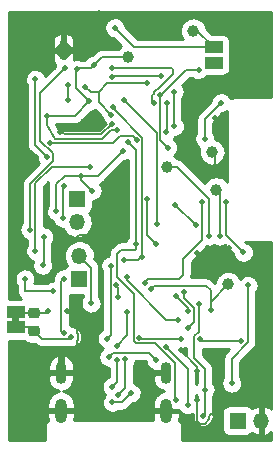
<source format=gbr>
%TF.GenerationSoftware,KiCad,Pcbnew,(5.99.0-8775-g06a515339c)*%
%TF.CreationDate,2021-12-27T00:45:29-05:00*%
%TF.ProjectId,mk2,6d6b322e-6b69-4636-9164-5f7063625858,rev?*%
%TF.SameCoordinates,Original*%
%TF.FileFunction,Copper,L2,Bot*%
%TF.FilePolarity,Positive*%
%FSLAX46Y46*%
G04 Gerber Fmt 4.6, Leading zero omitted, Abs format (unit mm)*
G04 Created by KiCad (PCBNEW (5.99.0-8775-g06a515339c)) date 2021-12-27 00:45:29*
%MOMM*%
%LPD*%
G01*
G04 APERTURE LIST*
G04 Aperture macros list*
%AMRoundRect*
0 Rectangle with rounded corners*
0 $1 Rounding radius*
0 $2 $3 $4 $5 $6 $7 $8 $9 X,Y pos of 4 corners*
0 Add a 4 corners polygon primitive as box body*
4,1,4,$2,$3,$4,$5,$6,$7,$8,$9,$2,$3,0*
0 Add four circle primitives for the rounded corners*
1,1,$1+$1,$2,$3*
1,1,$1+$1,$4,$5*
1,1,$1+$1,$6,$7*
1,1,$1+$1,$8,$9*
0 Add four rect primitives between the rounded corners*
20,1,$1+$1,$2,$3,$4,$5,0*
20,1,$1+$1,$4,$5,$6,$7,0*
20,1,$1+$1,$6,$7,$8,$9,0*
20,1,$1+$1,$8,$9,$2,$3,0*%
G04 Aperture macros list end*
%TA.AperFunction,ComponentPad*%
%ADD10R,1.350000X1.350000*%
%TD*%
%TA.AperFunction,ComponentPad*%
%ADD11O,1.350000X1.350000*%
%TD*%
%TA.AperFunction,SMDPad,CuDef*%
%ADD12R,0.500000X1.600000*%
%TD*%
%TA.AperFunction,ComponentPad*%
%ADD13C,0.500000*%
%TD*%
%TA.AperFunction,ComponentPad*%
%ADD14O,1.025000X2.050000*%
%TD*%
%TA.AperFunction,ComponentPad*%
%ADD15O,0.925000X1.850000*%
%TD*%
%TA.AperFunction,SMDPad,CuDef*%
%ADD16RoundRect,0.218750X0.256250X-0.218750X0.256250X0.218750X-0.256250X0.218750X-0.256250X-0.218750X0*%
%TD*%
%TA.AperFunction,SMDPad,CuDef*%
%ADD17C,1.000000*%
%TD*%
%TA.AperFunction,SMDPad,CuDef*%
%ADD18R,1.500000X1.000000*%
%TD*%
%TA.AperFunction,ViaPad*%
%ADD19C,0.500000*%
%TD*%
%TA.AperFunction,Conductor*%
%ADD20C,0.130000*%
%TD*%
%TA.AperFunction,Conductor*%
%ADD21C,0.254000*%
%TD*%
G04 APERTURE END LIST*
%TO.C,JP3*%
G36*
X13500000Y-39450000D02*
G01*
X12900000Y-39450000D01*
X12900000Y-38950000D01*
X13500000Y-38950000D01*
X13500000Y-39450000D01*
G37*
%TD*%
D10*
%TO.P,BT1,1,+*%
%TO.N,+BATT*%
X32000000Y-47750000D03*
D11*
%TO.P,BT1,2,-*%
%TO.N,GND*%
X34000000Y-47750000D03*
%TD*%
D12*
%TO.P,U1,7,EP*%
%TO.N,GND*%
X17253000Y-16383000D03*
D13*
X17253000Y-15833000D03*
X17253000Y-16933000D03*
%TD*%
D14*
%TO.P,J2,S1,SHIELD*%
%TO.N,GND*%
X17050000Y-46900000D03*
%TO.P,J2,S2,SHIELD__1*%
X25950000Y-46900000D03*
D15*
%TO.P,J2,S3,SHIELD__2*%
X17050000Y-43700000D03*
%TO.P,J2,S4,SHIELD__3*%
X25950000Y-43700000D03*
%TD*%
D10*
%TO.P,J6,1,Pin_1*%
%TO.N,VIN*%
X18600000Y-35800000D03*
D11*
%TO.P,J6,2,Pin_2*%
%TO.N,Net-(J6-Pad2)*%
X18600000Y-33800000D03*
%TD*%
D10*
%TO.P,J3,1,Pin_1*%
%TO.N,Net-(J3-Pad1)*%
X18415000Y-28972000D03*
D11*
%TO.P,J3,2,Pin_2*%
%TO.N,Net-(J3-Pad2)*%
X18415000Y-30972000D03*
%TD*%
D16*
%TO.P,R1,1*%
%TO.N,Net-(D1-Pad3)*%
X14800000Y-40187500D03*
%TO.P,R1,2*%
%TO.N,VIN*%
X14800000Y-38612500D03*
%TD*%
D17*
%TO.P,TP5,1,1*%
%TO.N,VIN*%
X31200000Y-36200000D03*
%TD*%
%TO.P,TP1,1,1*%
%TO.N,GND*%
X29845000Y-25019000D03*
%TD*%
%TO.P,TP3,1,1*%
%TO.N,VCC*%
X22750000Y-17000000D03*
%TD*%
%TO.P,TP6,1,1*%
%TO.N,+5V*%
X28250000Y-14750000D03*
%TD*%
D18*
%TO.P,JP3,1,1*%
%TO.N,VIN*%
X13200000Y-38550000D03*
%TO.P,JP3,2,2*%
%TO.N,Net-(D1-Pad3)*%
X13200000Y-39850000D03*
%TD*%
D17*
%TO.P,TP4,1,1*%
%TO.N,SWDIO*%
X26000000Y-26250000D03*
%TD*%
%TO.P,TP2,1,1*%
%TO.N,SWDCLK*%
X30200000Y-28200000D03*
%TD*%
D18*
%TO.P,JP1,1,1*%
%TO.N,DISP_POWER*%
X29972000Y-17429000D03*
%TO.P,JP1,2,2*%
%TO.N,+5V*%
X29972000Y-16129000D03*
%TD*%
D19*
%TO.N,RST*%
X25116972Y-32783028D03*
%TO.N,Net-(IC1-Pad34)*%
X26797000Y-37211000D03*
%TO.N,VUSB*%
X20950000Y-40805021D03*
%TO.N,Net-(D1-Pad3)*%
X17934990Y-40650000D03*
%TO.N,GND*%
X17600000Y-38450000D03*
%TO.N,USB_DP_EXT*%
X22500000Y-42515010D03*
%TO.N,Net-(R12-Pad2)*%
X21100000Y-42375002D03*
X25111855Y-42616481D03*
%TO.N,USB_DN_EXT*%
X21372591Y-44875927D03*
%TO.N,USB_DP_EXT*%
X21900000Y-45600000D03*
%TO.N,GND*%
X33655000Y-33172400D03*
X20269200Y-13258800D03*
X14909800Y-25425400D03*
X14986000Y-14478000D03*
X20421600Y-32054800D03*
X18449968Y-42150032D03*
X21336000Y-22606000D03*
X30073600Y-22148800D03*
X16967200Y-23317200D03*
X27200000Y-41800000D03*
X20400000Y-35600000D03*
X28586081Y-33568972D03*
X32639000Y-44704000D03*
X28575000Y-43547000D03*
X13614400Y-23418800D03*
X21831000Y-15937999D03*
X30073600Y-43561000D03*
X14224000Y-26365200D03*
X24900000Y-45000000D03*
X28600000Y-46000000D03*
X16052800Y-18034000D03*
X31292800Y-33172400D03*
X30175200Y-46812200D03*
X17983200Y-32664400D03*
X16383000Y-35066000D03*
X19304000Y-16764000D03*
X15000000Y-43600000D03*
X27990800Y-20777200D03*
X13335000Y-29464000D03*
X30937200Y-22910800D03*
%TO.N,VCC*%
X19822694Y-17679875D03*
X15487056Y-34588825D03*
X22301200Y-24892000D03*
X18750000Y-27000000D03*
X16662400Y-30022800D03*
X15825000Y-21925392D03*
X15600000Y-32200000D03*
X19456400Y-20726400D03*
X21793200Y-23164800D03*
X18427000Y-18020600D03*
X19685000Y-28270200D03*
%TO.N,VIN*%
X14000000Y-35750000D03*
X14419999Y-31580001D03*
X24638000Y-36576000D03*
X15950000Y-38500000D03*
X17399000Y-17907000D03*
X29718000Y-38368000D03*
X16383000Y-36816000D03*
%TO.N,BATTPOW*%
X29250000Y-45127000D03*
X29075147Y-47396517D03*
X28702000Y-37868002D03*
%TO.N,VUSB*%
X32325002Y-41000000D03*
X28800009Y-40800000D03*
X23665010Y-40724000D03*
X21249148Y-34630852D03*
X27200000Y-40800000D03*
X21400000Y-46200000D03*
X22999617Y-45416901D03*
%TO.N,Net-(IC1-Pad34)*%
X27799000Y-38481000D03*
%TO.N,Net-(IC1-Pad35)*%
X27483838Y-36855038D03*
X27799000Y-39878000D03*
%TO.N,RST*%
X24341010Y-28998990D03*
%TO.N,SWDIO*%
X29591000Y-32131000D03*
%TO.N,SWDCLK*%
X30480000Y-32131000D03*
%TO.N,SQW*%
X28702000Y-18034000D03*
X26070863Y-24643340D03*
X25400000Y-20193000D03*
%TO.N,SDA*%
X26814872Y-45995290D03*
X19123667Y-19480928D03*
X23400000Y-32800000D03*
X22758400Y-24180800D03*
X21323702Y-21854327D03*
X24333200Y-19202400D03*
%TO.N,RTCIRQ*%
X22352000Y-20574000D03*
X25146000Y-31115000D03*
%TO.N,SCL*%
X26991028Y-39192882D03*
X23876000Y-33909000D03*
X21452997Y-21219003D03*
X22390798Y-34190798D03*
X17673385Y-20594010D03*
X25979659Y-41521428D03*
X17653000Y-19304000D03*
X27800000Y-46400000D03*
X22600000Y-35600000D03*
%TO.N,BACKLIGHT*%
X26670000Y-29464000D03*
X28440990Y-31195332D03*
%TO.N,BUZZER*%
X16118817Y-24224193D03*
X23446133Y-23976758D03*
%TO.N,CHGNG*%
X32893000Y-36307000D03*
X30988000Y-29210000D03*
X31496000Y-44577000D03*
X32492000Y-33508000D03*
%TO.N,SPI_MOSI*%
X29210000Y-23876000D03*
X30607000Y-20828000D03*
%TO.N,BUTTON1*%
X14885000Y-18850000D03*
X15890675Y-25418525D03*
%TO.N,BUTTON5*%
X19536732Y-26267732D03*
X14885009Y-33350000D03*
%TO.N,BUTTON3*%
X17200000Y-30600000D03*
X17272000Y-35728000D03*
X17272000Y-27925000D03*
X17272000Y-40328000D03*
%TO.N,DISP_POWER*%
X29972000Y-17429000D03*
%TO.N,ACCELINT2*%
X24892000Y-20828000D03*
X26035000Y-20828000D03*
X21336000Y-17907000D03*
X25965209Y-23283318D03*
%TO.N,ACCELINT1*%
X25553943Y-18548721D03*
X26653168Y-22843168D03*
X21336000Y-18643600D03*
X26635326Y-19896775D03*
%TO.N,+5V*%
X21590000Y-14478000D03*
%TO.N,USB_DN_EXT*%
X21800000Y-41400000D03*
X22672000Y-38524000D03*
X21800000Y-42600000D03*
%TO.N,FLASHLIGHT*%
X21714158Y-36301245D03*
X21900000Y-37300000D03*
X24130000Y-36068000D03*
X28956000Y-29210000D03*
%TO.N,Net-(J6-Pad2)*%
X19600000Y-37800000D03*
%TD*%
D20*
%TO.N,GND*%
X30050000Y-25224000D02*
X30050000Y-26250000D01*
X29845000Y-25019000D02*
X30050000Y-25224000D01*
%TO.N,RST*%
X25116972Y-32783028D02*
X24341010Y-32007067D01*
%TO.N,Net-(IC1-Pad34)*%
X27799000Y-38213000D02*
X27799000Y-38481000D01*
X26797000Y-37211000D02*
X27799000Y-38213000D01*
%TO.N,VUSB*%
X21249148Y-39649148D02*
X21249148Y-40505873D01*
X21249148Y-40505873D02*
X20950000Y-40805021D01*
%TO.N,Net-(D1-Pad3)*%
X17741979Y-40843011D02*
X17934990Y-40650000D01*
%TO.N,BUTTON3*%
X17272000Y-35728000D02*
X17084999Y-35915001D01*
%TO.N,GND*%
X18400000Y-42100064D02*
X18400000Y-40947207D01*
%TO.N,Net-(D1-Pad3)*%
X15455511Y-40843011D02*
X17741979Y-40843011D01*
X14800000Y-40187500D02*
X15455511Y-40843011D01*
%TO.N,GND*%
X18449968Y-42150032D02*
X18400000Y-42100064D01*
X18450001Y-40897206D02*
X18450001Y-40402794D01*
X18400000Y-39250000D02*
X17600000Y-38450000D01*
%TO.N,BUTTON3*%
X17084999Y-35915001D02*
X17084999Y-40140999D01*
X17084999Y-40140999D02*
X17272000Y-40328000D01*
%TO.N,GND*%
X18400000Y-40947207D02*
X18450001Y-40897206D01*
X18450001Y-40402794D02*
X18400000Y-40352793D01*
X18400000Y-40352793D02*
X18400000Y-39250000D01*
%TO.N,VUSB*%
X21249148Y-34630852D02*
X21249148Y-39649148D01*
X21249148Y-39649148D02*
X21249148Y-39820852D01*
%TO.N,USB_DP_EXT*%
X22500000Y-45000000D02*
X22500000Y-42515010D01*
X21900000Y-45600000D02*
X22500000Y-45000000D01*
%TO.N,Net-(R12-Pad2)*%
X21475002Y-42000000D02*
X24495374Y-42000000D01*
X24495374Y-42000000D02*
X25111855Y-42616481D01*
X21100000Y-42375002D02*
X21475002Y-42000000D01*
%TO.N,USB_DN_EXT*%
X21800000Y-44448518D02*
X21372591Y-44875927D01*
X21800000Y-42600000D02*
X21800000Y-44448518D01*
%TO.N,GND*%
X15000000Y-43600000D02*
X16449968Y-42150032D01*
X34000000Y-47750000D02*
X34000000Y-46065000D01*
X29590158Y-47643723D02*
X29590158Y-47397242D01*
X27200000Y-41800000D02*
X28575000Y-43175000D01*
X30073600Y-22352000D02*
X30175200Y-22453600D01*
X16383000Y-35066000D02*
X16734000Y-35066000D01*
X28560146Y-46039854D02*
X28560146Y-47760146D01*
X17370336Y-23500000D02*
X20442000Y-23500000D01*
X29590158Y-47397242D02*
X30175200Y-46812200D01*
X20269200Y-13258800D02*
X20218400Y-13309600D01*
X28575000Y-43175000D02*
X28575000Y-43547000D01*
X30073600Y-22148800D02*
X30073600Y-22352000D01*
X28560146Y-47760146D02*
X28800000Y-48000000D01*
X16967200Y-23317200D02*
X17370336Y-23500000D01*
X29233881Y-48000000D02*
X29590158Y-47643723D01*
X28800000Y-48000000D02*
X29233881Y-48000000D01*
X16734000Y-35066000D02*
X17000000Y-34800000D01*
X30896228Y-33568972D02*
X28586081Y-33568972D01*
X20421600Y-32054800D02*
X18592800Y-32054800D01*
X28600000Y-46000000D02*
X28560146Y-46039854D01*
X31292800Y-33172400D02*
X30896228Y-33568972D01*
X16449968Y-42150032D02*
X18449968Y-42150032D01*
X20442000Y-23500000D02*
X21336000Y-22606000D01*
X20218400Y-13309600D02*
X20015200Y-13309600D01*
X34000000Y-46065000D02*
X32639000Y-44704000D01*
X18592800Y-32054800D02*
X17983200Y-32664400D01*
%TO.N,VCC*%
X15600000Y-34475881D02*
X15487056Y-34588825D01*
X19685000Y-28270200D02*
X18750000Y-27335200D01*
X18257408Y-21925392D02*
X15825000Y-21925392D01*
X18750000Y-27335200D02*
X18750000Y-27000000D01*
X18515200Y-17932400D02*
X18427000Y-18020600D01*
X17373800Y-27000000D02*
X18750000Y-27000000D01*
X19456400Y-20726400D02*
X18257408Y-21925392D01*
X16662400Y-30022800D02*
X16662400Y-27711400D01*
X20502569Y-17000000D02*
X19822694Y-17679875D01*
X22750000Y-17000000D02*
X20502569Y-17000000D01*
X18338800Y-17932400D02*
X19570169Y-17932400D01*
X18750000Y-27000000D02*
X20193200Y-27000000D01*
X16510000Y-23876000D02*
X15825000Y-22683000D01*
X15600000Y-32200000D02*
X15600000Y-34475881D01*
X20193200Y-27000000D02*
X22301200Y-24892000D01*
X16662400Y-27711400D02*
X17373800Y-27000000D01*
X19822694Y-17679875D02*
X19570169Y-17932400D01*
X18338800Y-17932400D02*
X18338800Y-19608800D01*
X21793200Y-23164800D02*
X21243906Y-23164800D01*
X15825000Y-22683000D02*
X15825000Y-21925392D01*
X21243906Y-23164800D02*
X20532706Y-23876000D01*
X20532706Y-23876000D02*
X16510000Y-23876000D01*
X18338800Y-19608800D02*
X19456400Y-20726400D01*
%TO.N,VIN*%
X16383000Y-36816000D02*
X14066000Y-36816000D01*
X14419999Y-27729005D02*
X14419999Y-31580001D01*
X15309999Y-24072999D02*
X16356989Y-25119989D01*
X15837500Y-38612500D02*
X15950000Y-38500000D01*
X15309999Y-19996001D02*
X15309999Y-24072999D01*
X29337000Y-36322000D02*
X29718000Y-36703000D01*
X16356989Y-25119989D02*
X16356989Y-25792015D01*
X29718000Y-36703000D02*
X29718000Y-38368000D01*
X24638000Y-36576000D02*
X24892000Y-36322000D01*
X14000000Y-36750000D02*
X14000000Y-35750000D01*
X17399000Y-17907000D02*
X15309999Y-19996001D01*
X14066000Y-36816000D02*
X14000000Y-36750000D01*
X14800000Y-38612500D02*
X15837500Y-38612500D01*
X16356989Y-25792015D02*
X14419999Y-27729005D01*
X31200000Y-36200000D02*
X29718000Y-37682000D01*
X14800000Y-38612500D02*
X13262500Y-38612500D01*
X24892000Y-36322000D02*
X29337000Y-36322000D01*
%TO.N,BATTPOW*%
X28334999Y-40576799D02*
X28334999Y-42468293D01*
X29250000Y-45127000D02*
X29250000Y-47221664D01*
X29250000Y-47221664D02*
X29075147Y-47396517D01*
X28334999Y-42468293D02*
X29250000Y-43383294D01*
X29250000Y-43383294D02*
X29250000Y-45127000D01*
X28702000Y-37868002D02*
X28702000Y-40209798D01*
X28702000Y-40209798D02*
X28334999Y-40576799D01*
%TO.N,VUSB*%
X23741010Y-40800000D02*
X23665010Y-40724000D01*
X22216518Y-46200000D02*
X22999617Y-45416901D01*
X27200000Y-40800000D02*
X23741010Y-40800000D01*
X29000009Y-41000000D02*
X28800009Y-40800000D01*
X32325002Y-41000000D02*
X29000009Y-41000000D01*
X21400000Y-46200000D02*
X22216518Y-46200000D01*
%TO.N,Net-(IC1-Pad35)*%
X28314001Y-38233799D02*
X27483838Y-37403636D01*
X27483838Y-37403636D02*
X27483838Y-36855038D01*
X28314001Y-39362999D02*
X28314001Y-38233799D01*
X27799000Y-39878000D02*
X28314001Y-39362999D01*
%TO.N,RST*%
X24341010Y-32007067D02*
X24341010Y-28998990D01*
%TO.N,SWDIO*%
X26000000Y-26250000D02*
X26850000Y-26250000D01*
X26850000Y-26250000D02*
X29591000Y-28991000D01*
X29591000Y-32131000D02*
X29591000Y-28991000D01*
%TO.N,SWDCLK*%
X30480000Y-32131000D02*
X30480000Y-28480000D01*
%TO.N,SQW*%
X28702000Y-18034000D02*
X27644706Y-18034000D01*
X27644706Y-18034000D02*
X25485706Y-20193000D01*
X25426011Y-23998488D02*
X26070863Y-24643340D01*
X25485706Y-20193000D02*
X25400000Y-20193000D01*
X25426011Y-20219011D02*
X25426011Y-23998488D01*
X25400000Y-20193000D02*
X25426011Y-20219011D01*
%TO.N,SDA*%
X20275231Y-19907569D02*
X20275231Y-20805856D01*
X26700303Y-42899697D02*
X26700303Y-45880721D01*
X24333200Y-19202400D02*
X20980400Y-19202400D01*
X22130736Y-33269264D02*
X21800000Y-33600000D01*
X19123667Y-19480928D02*
X19550308Y-19907569D01*
X23400000Y-41200000D02*
X25000607Y-41200000D01*
X19550308Y-19907569D02*
X20275231Y-19907569D01*
X22758400Y-24180800D02*
X23400000Y-24822400D01*
X23400000Y-33200000D02*
X23330736Y-33269264D01*
X23400000Y-24822400D02*
X23400000Y-33200000D01*
X21800000Y-33600000D02*
X21800000Y-35600000D01*
X21800000Y-35600000D02*
X23200000Y-37000000D01*
X20275231Y-20805856D02*
X21323702Y-21854327D01*
X23200000Y-41000000D02*
X23400000Y-41200000D01*
X26700303Y-45880721D02*
X26814872Y-45995290D01*
X23330736Y-33269264D02*
X22130736Y-33269264D01*
X25000607Y-41200000D02*
X26700303Y-42899697D01*
X20275231Y-19907569D02*
X20980400Y-19202400D01*
X23200000Y-37000000D02*
X23200000Y-41000000D01*
%TO.N,RTCIRQ*%
X22352000Y-20574000D02*
X25146000Y-23368000D01*
X25146000Y-31115000D02*
X25146000Y-23368000D01*
%TO.N,SCL*%
X26991028Y-39192882D02*
X25930298Y-39192882D01*
X17673385Y-19324385D02*
X17673385Y-20594010D01*
X21600003Y-21366009D02*
X21600003Y-21473003D01*
X27800000Y-43341769D02*
X25979659Y-41521428D01*
X17653000Y-19304000D02*
X17673385Y-19324385D01*
X25930298Y-39192882D02*
X22600000Y-35862584D01*
X22600000Y-35862584D02*
X22600000Y-35600000D01*
X23876000Y-33909000D02*
X23876000Y-24305935D01*
X27800000Y-46400000D02*
X27800000Y-43341769D01*
X23925991Y-24255944D02*
X23925991Y-23798991D01*
X21452997Y-21219003D02*
X21600003Y-21366009D01*
X23876000Y-24305935D02*
X23925991Y-24255944D01*
X23876000Y-33909000D02*
X23594202Y-34190798D01*
X23925991Y-23798991D02*
X21600003Y-21473003D01*
X22390798Y-34190798D02*
X22334999Y-34134999D01*
X23594202Y-34190798D02*
X22390798Y-34190798D01*
%TO.N,BACKLIGHT*%
X26709658Y-29464000D02*
X28440990Y-31195332D01*
X26670000Y-29464000D02*
X26709658Y-29464000D01*
%TO.N,BUZZER*%
X16118817Y-24224193D02*
X21486292Y-24224193D01*
X23157558Y-23688183D02*
X23446133Y-23976758D01*
X21486292Y-24224193D02*
X22022302Y-23688183D01*
X22022302Y-23688183D02*
X23157558Y-23688183D01*
%TO.N,CHGNG*%
X30988000Y-32004000D02*
X30988000Y-29210000D01*
X31496000Y-42504000D02*
X32893000Y-41107000D01*
X32492000Y-33508000D02*
X30988000Y-32004000D01*
X32893000Y-36307000D02*
X32893000Y-41107000D01*
X31496000Y-44577000D02*
X31496000Y-42504000D01*
%TO.N,SPI_MOSI*%
X29210000Y-22225000D02*
X29210000Y-23876000D01*
X30607000Y-20828000D02*
X29210000Y-22225000D01*
%TO.N,BUTTON1*%
X14885000Y-24412850D02*
X14885000Y-18850000D01*
X14885000Y-24412850D02*
X15890675Y-25418525D01*
%TO.N,BUTTON5*%
X16277268Y-26267732D02*
X14885009Y-27659991D01*
X19536732Y-26267732D02*
X16277268Y-26267732D01*
X14885009Y-27659991D02*
X14885009Y-33350000D01*
%TO.N,BUTTON3*%
X17200000Y-30600000D02*
X17200000Y-27997000D01*
X17200000Y-27997000D02*
X17272000Y-27925000D01*
%TO.N,ACCELINT2*%
X26416000Y-17907000D02*
X26543000Y-18034000D01*
X24765000Y-20701000D02*
X24892000Y-20828000D01*
X25152794Y-19677989D02*
X24884989Y-19945794D01*
X26035000Y-20828000D02*
X26035000Y-23213527D01*
X25280011Y-19677989D02*
X25152794Y-19677989D01*
X26543000Y-18415000D02*
X25280011Y-19677989D01*
X24765000Y-20193000D02*
X24765000Y-20701000D01*
X24884989Y-19945794D02*
X24884989Y-20073011D01*
X24884989Y-20073011D02*
X24765000Y-20193000D01*
X26543000Y-18034000D02*
X26543000Y-18415000D01*
X26035000Y-23213527D02*
X25965209Y-23283318D01*
X21336000Y-17907000D02*
X26416000Y-17907000D01*
%TO.N,ACCELINT1*%
X21430879Y-18548721D02*
X21336000Y-18643600D01*
X26635326Y-19896775D02*
X26635326Y-22825326D01*
X25553943Y-18548721D02*
X25553943Y-18441943D01*
X25553943Y-18548721D02*
X21430879Y-18548721D01*
X26635326Y-22825326D02*
X26653168Y-22843168D01*
%TO.N,+5V*%
X23241000Y-16129000D02*
X21590000Y-14478000D01*
X29972000Y-16129000D02*
X23241000Y-16129000D01*
X28593000Y-14750000D02*
X29972000Y-16129000D01*
%TO.N,USB_DN_EXT*%
X22672000Y-40528000D02*
X22672000Y-38524000D01*
X21800000Y-41400000D02*
X22672000Y-40528000D01*
%TO.N,FLASHLIGHT*%
X24453990Y-35744010D02*
X27055991Y-35744009D01*
X28956000Y-32470718D02*
X28956000Y-29210000D01*
X27400000Y-35400000D02*
X27055991Y-35744009D01*
X28956000Y-32470718D02*
X27400000Y-34026718D01*
X24453990Y-35744010D02*
X24130000Y-36068000D01*
X21900000Y-36487087D02*
X21714158Y-36301245D01*
X27400000Y-34026718D02*
X27400000Y-35400000D01*
X21900000Y-37300000D02*
X21900000Y-36487087D01*
%TO.N,Net-(D1-Pad3)*%
X13200000Y-39850000D02*
X14462500Y-39850000D01*
%TO.N,Net-(J6-Pad2)*%
X19600000Y-34800000D02*
X19600000Y-37800000D01*
X18600000Y-33800000D02*
X19600000Y-34800000D01*
%TD*%
%TO.N,GND*%
D21*
X34866000Y-20366000D02*
X31722378Y-20366000D01*
X31681148Y-20365748D01*
X31645754Y-20370596D01*
X31617365Y-20378709D01*
X31588154Y-20382893D01*
X31553865Y-20392920D01*
X31530543Y-20403524D01*
X31505903Y-20410566D01*
X31473290Y-20425155D01*
X31448326Y-20440907D01*
X31421461Y-20453121D01*
X31413577Y-20458163D01*
X31408126Y-20443145D01*
X31395059Y-20417051D01*
X31298103Y-20269168D01*
X31279384Y-20246780D01*
X31151008Y-20125169D01*
X31127640Y-20107688D01*
X30974730Y-20018871D01*
X30947968Y-20007235D01*
X30778727Y-19955977D01*
X30750006Y-19950809D01*
X30573513Y-19939859D01*
X30544373Y-19941437D01*
X30370094Y-19971384D01*
X30342099Y-19979623D01*
X30179384Y-20048859D01*
X30154035Y-20063318D01*
X30011612Y-20168129D01*
X29990269Y-20188032D01*
X29875778Y-20322797D01*
X29859586Y-20347075D01*
X29779168Y-20504564D01*
X29768996Y-20531917D01*
X29726966Y-20703682D01*
X29724816Y-20720942D01*
X28748072Y-21697686D01*
X28724235Y-21715977D01*
X28700977Y-21739235D01*
X28677670Y-21769610D01*
X28677656Y-21769625D01*
X28609041Y-21859046D01*
X28592595Y-21887532D01*
X28534803Y-22027055D01*
X28526290Y-22058827D01*
X28506578Y-22208554D01*
X28506578Y-22241446D01*
X28510500Y-22271237D01*
X28510500Y-23333458D01*
X28478778Y-23370797D01*
X28462586Y-23395075D01*
X28382168Y-23552564D01*
X28371996Y-23579917D01*
X28329966Y-23751682D01*
X28326359Y-23780640D01*
X28324970Y-23957468D01*
X28328122Y-23986480D01*
X28367449Y-24158884D01*
X28377190Y-24186393D01*
X28455124Y-24345125D01*
X28470933Y-24369655D01*
X28583294Y-24506202D01*
X28604321Y-24526437D01*
X28745080Y-24633473D01*
X28770199Y-24648328D01*
X28771953Y-24649107D01*
X28733545Y-24770183D01*
X28728432Y-24794237D01*
X28706384Y-24990804D01*
X28706041Y-25015392D01*
X28722592Y-25212499D01*
X28727031Y-25236687D01*
X28781553Y-25426825D01*
X28790605Y-25449688D01*
X28881019Y-25625615D01*
X28894341Y-25646285D01*
X29017204Y-25801300D01*
X29034286Y-25818990D01*
X29184919Y-25947189D01*
X29205112Y-25961223D01*
X29377776Y-26057722D01*
X29400310Y-26067567D01*
X29588430Y-26128690D01*
X29612447Y-26133971D01*
X29808856Y-26157392D01*
X29833442Y-26157907D01*
X30030659Y-26142732D01*
X30054876Y-26138461D01*
X30245391Y-26085268D01*
X30268318Y-26076376D01*
X30444871Y-25987192D01*
X30465633Y-25974015D01*
X30621502Y-25852237D01*
X30639310Y-25835279D01*
X30768557Y-25685545D01*
X30782732Y-25665451D01*
X30880434Y-25493465D01*
X30890436Y-25471000D01*
X30952872Y-25283311D01*
X30958320Y-25259331D01*
X30983111Y-25063091D01*
X30984093Y-25049058D01*
X30984488Y-25020759D01*
X30983899Y-25006705D01*
X30964597Y-24809848D01*
X30959820Y-24785725D01*
X30902649Y-24596367D01*
X30893279Y-24573632D01*
X30800418Y-24398985D01*
X30786809Y-24378502D01*
X30661793Y-24225217D01*
X30644465Y-24207768D01*
X30492057Y-24081685D01*
X30471670Y-24067934D01*
X30297675Y-23973856D01*
X30275007Y-23964327D01*
X30097667Y-23909430D01*
X30098314Y-23904548D01*
X30099402Y-23888981D01*
X30099496Y-23876988D01*
X30098652Y-23861409D01*
X30078174Y-23685766D01*
X30071461Y-23657366D01*
X30011126Y-23491145D01*
X29998059Y-23465051D01*
X29909500Y-23329976D01*
X29909500Y-22514742D01*
X30715977Y-21708265D01*
X30736210Y-21707329D01*
X30765010Y-21702613D01*
X30935034Y-21654020D01*
X30961975Y-21642806D01*
X31116000Y-21556548D01*
X31116000Y-27527857D01*
X31016793Y-27406217D01*
X30999465Y-27388768D01*
X30847057Y-27262685D01*
X30826670Y-27248934D01*
X30652675Y-27154856D01*
X30630007Y-27145327D01*
X30441052Y-27086835D01*
X30416962Y-27081890D01*
X30220246Y-27061215D01*
X30195656Y-27061044D01*
X29998669Y-27078971D01*
X29974514Y-27083578D01*
X29784761Y-27139425D01*
X29761961Y-27148637D01*
X29586670Y-27240277D01*
X29566093Y-27253742D01*
X29411939Y-27377685D01*
X29394369Y-27394891D01*
X29267225Y-27546415D01*
X29253332Y-27566705D01*
X29218786Y-27629544D01*
X27377314Y-25788072D01*
X27359023Y-25764235D01*
X27335765Y-25740977D01*
X27305390Y-25717670D01*
X27305375Y-25717656D01*
X27215954Y-25649041D01*
X27187468Y-25632595D01*
X27047945Y-25574803D01*
X27016173Y-25566290D01*
X26904425Y-25551578D01*
X26893380Y-25550124D01*
X26816793Y-25456218D01*
X26799465Y-25438768D01*
X26648320Y-25313730D01*
X26734034Y-25235050D01*
X26753103Y-25212958D01*
X26852370Y-25066616D01*
X26865845Y-25040731D01*
X26928784Y-24875478D01*
X26935943Y-24847187D01*
X26959177Y-24671888D01*
X26960265Y-24656321D01*
X26960359Y-24644328D01*
X26959515Y-24628749D01*
X26939037Y-24453106D01*
X26932324Y-24424706D01*
X26871989Y-24258485D01*
X26858922Y-24232391D01*
X26761966Y-24084508D01*
X26743247Y-24062120D01*
X26614871Y-23940509D01*
X26591503Y-23923028D01*
X26582062Y-23917544D01*
X26628380Y-23875028D01*
X26647449Y-23852936D01*
X26734423Y-23724717D01*
X26782379Y-23722497D01*
X26811178Y-23717781D01*
X26981202Y-23669188D01*
X27008143Y-23657974D01*
X27162429Y-23571570D01*
X27186068Y-23554458D01*
X27316339Y-23434878D01*
X27335408Y-23412786D01*
X27434675Y-23266444D01*
X27448150Y-23240559D01*
X27511089Y-23075306D01*
X27518248Y-23047015D01*
X27541482Y-22871716D01*
X27542570Y-22856149D01*
X27542664Y-22844156D01*
X27541820Y-22828577D01*
X27521342Y-22652934D01*
X27514629Y-22624534D01*
X27454294Y-22458313D01*
X27441227Y-22432219D01*
X27344271Y-22284336D01*
X27334826Y-22273040D01*
X27334826Y-20440948D01*
X27416833Y-20320051D01*
X27430308Y-20294166D01*
X27493247Y-20128913D01*
X27500406Y-20100622D01*
X27523640Y-19925323D01*
X27524728Y-19909756D01*
X27524822Y-19897763D01*
X27523978Y-19882184D01*
X27503500Y-19706541D01*
X27496787Y-19678141D01*
X27436452Y-19511920D01*
X27423385Y-19485826D01*
X27327845Y-19340103D01*
X27934448Y-18733500D01*
X28160842Y-18733500D01*
X28237080Y-18791473D01*
X28262199Y-18806328D01*
X28423806Y-18878111D01*
X28451668Y-18886790D01*
X28625455Y-18919470D01*
X28654567Y-18921505D01*
X28831211Y-18913329D01*
X28860010Y-18908613D01*
X29030034Y-18860020D01*
X29056975Y-18848806D01*
X29211261Y-18762402D01*
X29234900Y-18745290D01*
X29365171Y-18625710D01*
X29384240Y-18603618D01*
X29408061Y-18568500D01*
X30722000Y-18568500D01*
X30730989Y-18568179D01*
X30804068Y-18562952D01*
X30830577Y-18558169D01*
X30970814Y-18516992D01*
X31003437Y-18502094D01*
X31126392Y-18423075D01*
X31153495Y-18399590D01*
X31249208Y-18289132D01*
X31268598Y-18258961D01*
X31329314Y-18126012D01*
X31339418Y-18091601D01*
X31360218Y-17946931D01*
X31361500Y-17929000D01*
X31361500Y-16929000D01*
X31361179Y-16920011D01*
X31355952Y-16846932D01*
X31351169Y-16820423D01*
X31340499Y-16784083D01*
X31360218Y-16646931D01*
X31361500Y-16629000D01*
X31361500Y-15629000D01*
X31361179Y-15620011D01*
X31355952Y-15546932D01*
X31351169Y-15520423D01*
X31309992Y-15380186D01*
X31295094Y-15347563D01*
X31216075Y-15224608D01*
X31192590Y-15197505D01*
X31082132Y-15101792D01*
X31051961Y-15082402D01*
X30919012Y-15021686D01*
X30884601Y-15011582D01*
X30739931Y-14990782D01*
X30722000Y-14989500D01*
X29821742Y-14989500D01*
X29368735Y-14536492D01*
X29364820Y-14516725D01*
X29307649Y-14327367D01*
X29298279Y-14304632D01*
X29205418Y-14129985D01*
X29191809Y-14109502D01*
X29066793Y-13956217D01*
X29049465Y-13938768D01*
X28897057Y-13812685D01*
X28876670Y-13798934D01*
X28702675Y-13704856D01*
X28680007Y-13695327D01*
X28491052Y-13636835D01*
X28466962Y-13631890D01*
X28270246Y-13611215D01*
X28245656Y-13611044D01*
X28048669Y-13628971D01*
X28024514Y-13633578D01*
X27834761Y-13689425D01*
X27811961Y-13698637D01*
X27636670Y-13790277D01*
X27616093Y-13803742D01*
X27461939Y-13927685D01*
X27444369Y-13944891D01*
X27317225Y-14096415D01*
X27303332Y-14116705D01*
X27208041Y-14290039D01*
X27198354Y-14312641D01*
X27138545Y-14501183D01*
X27133432Y-14525237D01*
X27111384Y-14721804D01*
X27111041Y-14746392D01*
X27127592Y-14943499D01*
X27132031Y-14967687D01*
X27186553Y-15157825D01*
X27195605Y-15180688D01*
X27286019Y-15356615D01*
X27299341Y-15377285D01*
X27340726Y-15429500D01*
X23530741Y-15429500D01*
X22467302Y-14366061D01*
X22458174Y-14287766D01*
X22451461Y-14259366D01*
X22391126Y-14093145D01*
X22378059Y-14067051D01*
X22281103Y-13919168D01*
X22262384Y-13896780D01*
X22134008Y-13775169D01*
X22110640Y-13757688D01*
X21957730Y-13668871D01*
X21930968Y-13657235D01*
X21761727Y-13605977D01*
X21733006Y-13600809D01*
X21556513Y-13589859D01*
X21527373Y-13591437D01*
X21353094Y-13621384D01*
X21325099Y-13629623D01*
X21162384Y-13698859D01*
X21137035Y-13713318D01*
X20994612Y-13818129D01*
X20973269Y-13838032D01*
X20858778Y-13972797D01*
X20842586Y-13997075D01*
X20762168Y-14154564D01*
X20751996Y-14181917D01*
X20709966Y-14353682D01*
X20706359Y-14382640D01*
X20704970Y-14559468D01*
X20708122Y-14588480D01*
X20747449Y-14760884D01*
X20757190Y-14788393D01*
X20835124Y-14947125D01*
X20850933Y-14971655D01*
X20963294Y-15108202D01*
X20984321Y-15128437D01*
X21125080Y-15235473D01*
X21150199Y-15250328D01*
X21311806Y-15322111D01*
X21339668Y-15330790D01*
X21479921Y-15357164D01*
X22153984Y-16031226D01*
X22136670Y-16040277D01*
X22116093Y-16053742D01*
X21961939Y-16177685D01*
X21944370Y-16194891D01*
X21855753Y-16300500D01*
X20548799Y-16300500D01*
X20519015Y-16296579D01*
X20486123Y-16296579D01*
X20448156Y-16301577D01*
X20448144Y-16301578D01*
X20336396Y-16316290D01*
X20304624Y-16324803D01*
X20165101Y-16382595D01*
X20136615Y-16399042D01*
X20085715Y-16438099D01*
X20047194Y-16467657D01*
X20047191Y-16467660D01*
X20016804Y-16490977D01*
X19993546Y-16514235D01*
X19975255Y-16538072D01*
X19711705Y-16801622D01*
X19585788Y-16823259D01*
X19557793Y-16831498D01*
X19395078Y-16900734D01*
X19369729Y-16915193D01*
X19227306Y-17020004D01*
X19205963Y-17039907D01*
X19091472Y-17174672D01*
X19075280Y-17198950D01*
X19057944Y-17232900D01*
X18831623Y-17232900D01*
X18794730Y-17211471D01*
X18767968Y-17199835D01*
X18598727Y-17148577D01*
X18570006Y-17143409D01*
X18393513Y-17132459D01*
X18364373Y-17134037D01*
X18190094Y-17163984D01*
X18162099Y-17172223D01*
X18142000Y-17180775D01*
X18142000Y-16633000D01*
X18121998Y-16564879D01*
X18068342Y-16518386D01*
X18016000Y-16507000D01*
X17906553Y-16507000D01*
X17838432Y-16527002D01*
X17817458Y-16543905D01*
X17341187Y-17020176D01*
X17336373Y-17020437D01*
X17190193Y-17045556D01*
X16688542Y-16543905D01*
X16626230Y-16509879D01*
X16599447Y-16507000D01*
X16490000Y-16507000D01*
X16421879Y-16527002D01*
X16375386Y-16580658D01*
X16364000Y-16633000D01*
X16364000Y-17183000D01*
X16364321Y-17191989D01*
X16369543Y-17264997D01*
X16374326Y-17291506D01*
X16415463Y-17431606D01*
X16430361Y-17464228D01*
X16509302Y-17587064D01*
X16532788Y-17614169D01*
X16555405Y-17633767D01*
X16518966Y-17782682D01*
X16516816Y-17799943D01*
X15730198Y-18586561D01*
X15686126Y-18465145D01*
X15673059Y-18439051D01*
X15576103Y-18291168D01*
X15557384Y-18268780D01*
X15429008Y-18147169D01*
X15405640Y-18129688D01*
X15252730Y-18040871D01*
X15225968Y-18029235D01*
X15056727Y-17977977D01*
X15028006Y-17972809D01*
X14851513Y-17961859D01*
X14822373Y-17963437D01*
X14648094Y-17993384D01*
X14620099Y-18001623D01*
X14457384Y-18070859D01*
X14432035Y-18085318D01*
X14289612Y-18190129D01*
X14268269Y-18210032D01*
X14153778Y-18344797D01*
X14137586Y-18369075D01*
X14057168Y-18526564D01*
X14046996Y-18553917D01*
X14004966Y-18725682D01*
X14001359Y-18754640D01*
X13999970Y-18931468D01*
X14003122Y-18960480D01*
X14042449Y-19132884D01*
X14052190Y-19160393D01*
X14130124Y-19319125D01*
X14145932Y-19343655D01*
X14185500Y-19391740D01*
X14185500Y-24366613D01*
X14181578Y-24396404D01*
X14181578Y-24429296D01*
X14201290Y-24579023D01*
X14209803Y-24610795D01*
X14267595Y-24750318D01*
X14284041Y-24778804D01*
X14352656Y-24868225D01*
X14352670Y-24868240D01*
X14375977Y-24898615D01*
X14399235Y-24921873D01*
X14423072Y-24940164D01*
X15008417Y-25525509D01*
X15008797Y-25529005D01*
X15048124Y-25701409D01*
X15057865Y-25728918D01*
X15135799Y-25887650D01*
X15151608Y-25912180D01*
X15194933Y-25964830D01*
X13958071Y-27201691D01*
X13934234Y-27219982D01*
X13910976Y-27243240D01*
X13887669Y-27273615D01*
X13887655Y-27273630D01*
X13819040Y-27363051D01*
X13802594Y-27391537D01*
X13744802Y-27531060D01*
X13736289Y-27562832D01*
X13716577Y-27712559D01*
X13716577Y-27745451D01*
X13720499Y-27775242D01*
X13720499Y-31037459D01*
X13688777Y-31074798D01*
X13672585Y-31099076D01*
X13592167Y-31256565D01*
X13581995Y-31283918D01*
X13539965Y-31455683D01*
X13536358Y-31484641D01*
X13534969Y-31661469D01*
X13538121Y-31690481D01*
X13577448Y-31862885D01*
X13587189Y-31890394D01*
X13665123Y-32049126D01*
X13680932Y-32073656D01*
X13793293Y-32210203D01*
X13814320Y-32230438D01*
X13955079Y-32337474D01*
X13980198Y-32352329D01*
X14141805Y-32424112D01*
X14169667Y-32432791D01*
X14185509Y-32435770D01*
X14185509Y-32807458D01*
X14153787Y-32844797D01*
X14137595Y-32869075D01*
X14057177Y-33026564D01*
X14047005Y-33053917D01*
X14004975Y-33225682D01*
X14001368Y-33254640D01*
X13999979Y-33431468D01*
X14003131Y-33460480D01*
X14042458Y-33632884D01*
X14052199Y-33660393D01*
X14130133Y-33819125D01*
X14145942Y-33843655D01*
X14258303Y-33980202D01*
X14279330Y-34000437D01*
X14420089Y-34107473D01*
X14445208Y-34122328D01*
X14606815Y-34194111D01*
X14634677Y-34202790D01*
X14686238Y-34212486D01*
X14659224Y-34265389D01*
X14649052Y-34292742D01*
X14607022Y-34464507D01*
X14603415Y-34493465D01*
X14602026Y-34670293D01*
X14605178Y-34699305D01*
X14644505Y-34871709D01*
X14654246Y-34899218D01*
X14732180Y-35057950D01*
X14747989Y-35082480D01*
X14860350Y-35219027D01*
X14881377Y-35239262D01*
X15022136Y-35346298D01*
X15047255Y-35361153D01*
X15208862Y-35432936D01*
X15236724Y-35441615D01*
X15410511Y-35474295D01*
X15439623Y-35476330D01*
X15616267Y-35468154D01*
X15645066Y-35463438D01*
X15815090Y-35414845D01*
X15842031Y-35403631D01*
X15996317Y-35317227D01*
X16019956Y-35300115D01*
X16150227Y-35180535D01*
X16169296Y-35158443D01*
X16268563Y-35012101D01*
X16282038Y-34986216D01*
X16344977Y-34820963D01*
X16352136Y-34792672D01*
X16375370Y-34617373D01*
X16376458Y-34601806D01*
X16376552Y-34589813D01*
X16375708Y-34574234D01*
X16355230Y-34398591D01*
X16348517Y-34370191D01*
X16299500Y-34235150D01*
X16299500Y-32744173D01*
X16381507Y-32623276D01*
X16394982Y-32597391D01*
X16457921Y-32432138D01*
X16465080Y-32403847D01*
X16488314Y-32228548D01*
X16489402Y-32212981D01*
X16489496Y-32200988D01*
X16488652Y-32185409D01*
X16468174Y-32009766D01*
X16461461Y-31981366D01*
X16401126Y-31815145D01*
X16388059Y-31789051D01*
X16291103Y-31641168D01*
X16272384Y-31618780D01*
X16144008Y-31497169D01*
X16120640Y-31479688D01*
X15967730Y-31390871D01*
X15940968Y-31379235D01*
X15771727Y-31327977D01*
X15743006Y-31322809D01*
X15584509Y-31312976D01*
X15584509Y-27949733D01*
X15977125Y-27557117D01*
X15968492Y-27622691D01*
X15958978Y-27694953D01*
X15958978Y-27727846D01*
X15962900Y-27757637D01*
X15962900Y-29480258D01*
X15931178Y-29517597D01*
X15914986Y-29541875D01*
X15834568Y-29699364D01*
X15824396Y-29726717D01*
X15782366Y-29898482D01*
X15778759Y-29927440D01*
X15777370Y-30104268D01*
X15780522Y-30133280D01*
X15819849Y-30305684D01*
X15829590Y-30333193D01*
X15907524Y-30491925D01*
X15923333Y-30516455D01*
X16035694Y-30653002D01*
X16056721Y-30673237D01*
X16197480Y-30780273D01*
X16222599Y-30795128D01*
X16350377Y-30851885D01*
X16357449Y-30882885D01*
X16367190Y-30910393D01*
X16445124Y-31069125D01*
X16460933Y-31093655D01*
X16573294Y-31230202D01*
X16594321Y-31250437D01*
X16735080Y-31357473D01*
X16760199Y-31372328D01*
X16921806Y-31444111D01*
X16949668Y-31452790D01*
X17123455Y-31485470D01*
X17152567Y-31487505D01*
X17209469Y-31484871D01*
X17271303Y-31619001D01*
X17282832Y-31638970D01*
X17408361Y-31816589D01*
X17423336Y-31834123D01*
X17579131Y-31985892D01*
X17597051Y-32000403D01*
X17777895Y-32121239D01*
X17798159Y-32132242D01*
X17997995Y-32218099D01*
X18019926Y-32225224D01*
X18232063Y-32273225D01*
X18254923Y-32276235D01*
X18472254Y-32284774D01*
X18495281Y-32283567D01*
X18710530Y-32252358D01*
X18732951Y-32246975D01*
X18938908Y-32177062D01*
X18959973Y-32167683D01*
X19149740Y-32061408D01*
X19168744Y-32048348D01*
X19335966Y-31909270D01*
X19352270Y-31892966D01*
X19491348Y-31725744D01*
X19504408Y-31706740D01*
X19610683Y-31516973D01*
X19620062Y-31495908D01*
X19689975Y-31289951D01*
X19695358Y-31267530D01*
X19726567Y-31052281D01*
X19727828Y-31037500D01*
X19729457Y-30975299D01*
X19728971Y-30960471D01*
X19709069Y-30743884D01*
X19704867Y-30721212D01*
X19645829Y-30511879D01*
X19637566Y-30490352D01*
X19541369Y-30295282D01*
X19529321Y-30275621D01*
X19450104Y-30169537D01*
X19494392Y-30141075D01*
X19521495Y-30117590D01*
X19617208Y-30007132D01*
X19636598Y-29976961D01*
X19697314Y-29844012D01*
X19707418Y-29809601D01*
X19728218Y-29664931D01*
X19729500Y-29647000D01*
X19729500Y-29153450D01*
X19814211Y-29149529D01*
X19843010Y-29144813D01*
X20013034Y-29096220D01*
X20039975Y-29085006D01*
X20194261Y-28998602D01*
X20217900Y-28981490D01*
X20348171Y-28861910D01*
X20367240Y-28839818D01*
X20466507Y-28693476D01*
X20479982Y-28667591D01*
X20542921Y-28502338D01*
X20550080Y-28474047D01*
X20573314Y-28298748D01*
X20574402Y-28283181D01*
X20574496Y-28271188D01*
X20573652Y-28255609D01*
X20553174Y-28079966D01*
X20546461Y-28051566D01*
X20486126Y-27885345D01*
X20473059Y-27859251D01*
X20376103Y-27711368D01*
X20357384Y-27688980D01*
X20352742Y-27684583D01*
X20359373Y-27683710D01*
X20391145Y-27675197D01*
X20530668Y-27617405D01*
X20559154Y-27600959D01*
X20648575Y-27532344D01*
X20648590Y-27532330D01*
X20678965Y-27509023D01*
X20702223Y-27485765D01*
X20720514Y-27461928D01*
X22410177Y-25772265D01*
X22430410Y-25771329D01*
X22459210Y-25766613D01*
X22629234Y-25718020D01*
X22656175Y-25706806D01*
X22700500Y-25681983D01*
X22700500Y-32257458D01*
X22668778Y-32294797D01*
X22652586Y-32319075D01*
X22572168Y-32476564D01*
X22561996Y-32503917D01*
X22545884Y-32569764D01*
X22176966Y-32569764D01*
X22147182Y-32565843D01*
X22114290Y-32565843D01*
X22076323Y-32570841D01*
X22076311Y-32570842D01*
X21964563Y-32585554D01*
X21932791Y-32594067D01*
X21793268Y-32651859D01*
X21764782Y-32668305D01*
X21675361Y-32736920D01*
X21675346Y-32736934D01*
X21644971Y-32760241D01*
X21621713Y-32783499D01*
X21603422Y-32807336D01*
X21338072Y-33072686D01*
X21314235Y-33090977D01*
X21290977Y-33114235D01*
X21267670Y-33144610D01*
X21267656Y-33144625D01*
X21199041Y-33234046D01*
X21182595Y-33262532D01*
X21124803Y-33402055D01*
X21116290Y-33433827D01*
X21096578Y-33583554D01*
X21096578Y-33616446D01*
X21100500Y-33646237D01*
X21100500Y-33759070D01*
X21012242Y-33774236D01*
X20984247Y-33782475D01*
X20821532Y-33851711D01*
X20796183Y-33866170D01*
X20653760Y-33970981D01*
X20632417Y-33990884D01*
X20517926Y-34125649D01*
X20501734Y-34149927D01*
X20421316Y-34307416D01*
X20411144Y-34334769D01*
X20369114Y-34506534D01*
X20365507Y-34535492D01*
X20364118Y-34712320D01*
X20367270Y-34741332D01*
X20406597Y-34913736D01*
X20416338Y-34941245D01*
X20494272Y-35099977D01*
X20510080Y-35124507D01*
X20549648Y-35172592D01*
X20549648Y-40014279D01*
X20522384Y-40025880D01*
X20497035Y-40040339D01*
X20354612Y-40145150D01*
X20333269Y-40165053D01*
X20218778Y-40299818D01*
X20202586Y-40324096D01*
X20122168Y-40481585D01*
X20111996Y-40508938D01*
X20069966Y-40680703D01*
X20066359Y-40709661D01*
X20064970Y-40886489D01*
X20068122Y-40915501D01*
X20107449Y-41087905D01*
X20117190Y-41115414D01*
X20195124Y-41274146D01*
X20210933Y-41298676D01*
X20323294Y-41435223D01*
X20344321Y-41455458D01*
X20485080Y-41562494D01*
X20510199Y-41577349D01*
X20623470Y-41627662D01*
X20504612Y-41715131D01*
X20483269Y-41735034D01*
X20368778Y-41869799D01*
X20352586Y-41894077D01*
X20272168Y-42051566D01*
X20261996Y-42078919D01*
X20219966Y-42250684D01*
X20216359Y-42279642D01*
X20214970Y-42456470D01*
X20218122Y-42485482D01*
X20257449Y-42657886D01*
X20267190Y-42685395D01*
X20345124Y-42844127D01*
X20360933Y-42868657D01*
X20473294Y-43005204D01*
X20494321Y-43025439D01*
X20635080Y-43132475D01*
X20660199Y-43147330D01*
X20821806Y-43219113D01*
X20849668Y-43227792D01*
X21023455Y-43260472D01*
X21052567Y-43262507D01*
X21100500Y-43260288D01*
X21100500Y-44030609D01*
X20944975Y-44096786D01*
X20919626Y-44111245D01*
X20777203Y-44216056D01*
X20755860Y-44235959D01*
X20641369Y-44370724D01*
X20625177Y-44395002D01*
X20544759Y-44552491D01*
X20534587Y-44579844D01*
X20492557Y-44751609D01*
X20488950Y-44780567D01*
X20487561Y-44957395D01*
X20490713Y-44986407D01*
X20530040Y-45158811D01*
X20539781Y-45186320D01*
X20617715Y-45345052D01*
X20633524Y-45369582D01*
X20745885Y-45506129D01*
X20766912Y-45526364D01*
X20795809Y-45548338D01*
X20783269Y-45560032D01*
X20668778Y-45694797D01*
X20652586Y-45719075D01*
X20572168Y-45876564D01*
X20561996Y-45903917D01*
X20519966Y-46075682D01*
X20516359Y-46104640D01*
X20514970Y-46281468D01*
X20518122Y-46310480D01*
X20557449Y-46482884D01*
X20567190Y-46510393D01*
X20645124Y-46669125D01*
X20660933Y-46693655D01*
X20773294Y-46830202D01*
X20794321Y-46850437D01*
X20935080Y-46957473D01*
X20960199Y-46972328D01*
X21121806Y-47044111D01*
X21149668Y-47052790D01*
X21323455Y-47085470D01*
X21352567Y-47087505D01*
X21529211Y-47079329D01*
X21558010Y-47074613D01*
X21728034Y-47026020D01*
X21754975Y-47014806D01*
X21909261Y-46928402D01*
X21932900Y-46911290D01*
X21945744Y-46899500D01*
X22170281Y-46899500D01*
X22200072Y-46903422D01*
X22232964Y-46903422D01*
X22382691Y-46883710D01*
X22414463Y-46875197D01*
X22553986Y-46817405D01*
X22582472Y-46800959D01*
X22671893Y-46732344D01*
X22671908Y-46732330D01*
X22702283Y-46709023D01*
X22725541Y-46685765D01*
X22743832Y-46661928D01*
X23108594Y-46297166D01*
X23128827Y-46296230D01*
X23157627Y-46291514D01*
X23327651Y-46242921D01*
X23354592Y-46231707D01*
X23508878Y-46145303D01*
X23532517Y-46128191D01*
X23662788Y-46008611D01*
X23681857Y-45986519D01*
X23781124Y-45840177D01*
X23794599Y-45814292D01*
X23857538Y-45649039D01*
X23864697Y-45620748D01*
X23887931Y-45445449D01*
X23889019Y-45429882D01*
X23889113Y-45417889D01*
X23888269Y-45402310D01*
X23867791Y-45226667D01*
X23861078Y-45198267D01*
X23800743Y-45032046D01*
X23787676Y-45005952D01*
X23690720Y-44858069D01*
X23672001Y-44835681D01*
X23543625Y-44714070D01*
X23520257Y-44696589D01*
X23367347Y-44607772D01*
X23340585Y-44596136D01*
X23199500Y-44553406D01*
X23199500Y-43059183D01*
X23281507Y-42938286D01*
X23294982Y-42912401D01*
X23357921Y-42747148D01*
X23365080Y-42718857D01*
X23367646Y-42699500D01*
X24205632Y-42699500D01*
X24229597Y-42723465D01*
X24229977Y-42726961D01*
X24269304Y-42899365D01*
X24279045Y-42926874D01*
X24356979Y-43085606D01*
X24372788Y-43110136D01*
X24485149Y-43246683D01*
X24506176Y-43266918D01*
X24646935Y-43373954D01*
X24672054Y-43388809D01*
X24833661Y-43460592D01*
X24860213Y-43468863D01*
X24873502Y-43514121D01*
X24927158Y-43560614D01*
X24979500Y-43572000D01*
X26000803Y-43572000D01*
X26000803Y-43828000D01*
X24979500Y-43828000D01*
X24911379Y-43848002D01*
X24864886Y-43901658D01*
X24853500Y-43954000D01*
X24853500Y-44211725D01*
X24854145Y-44224458D01*
X24869069Y-44371385D01*
X24874190Y-44396331D01*
X24933149Y-44584469D01*
X24943181Y-44607876D01*
X25038767Y-44780317D01*
X25053301Y-44801228D01*
X25181608Y-44950927D01*
X25200050Y-44968490D01*
X25355838Y-45089331D01*
X25377434Y-45102825D01*
X25554338Y-45189873D01*
X25578207Y-45198750D01*
X25769001Y-45248448D01*
X25786006Y-45251081D01*
X25746421Y-45254683D01*
X25722265Y-45259291D01*
X25530266Y-45315800D01*
X25507466Y-45325011D01*
X25330099Y-45417736D01*
X25309522Y-45431201D01*
X25153543Y-45556611D01*
X25135973Y-45573817D01*
X25007324Y-45727135D01*
X24993431Y-45747425D01*
X24897012Y-45922812D01*
X24887325Y-45945414D01*
X24826808Y-46136188D01*
X24821695Y-46160242D01*
X24804285Y-46315453D01*
X24803500Y-46329498D01*
X24803500Y-46646000D01*
X24823502Y-46714121D01*
X24877158Y-46760614D01*
X24929500Y-46772000D01*
X26384936Y-46772000D01*
X26536678Y-46839401D01*
X26564540Y-46848080D01*
X26738327Y-46880760D01*
X26767439Y-46882795D01*
X26944083Y-46874619D01*
X26972882Y-46869903D01*
X27036569Y-46851701D01*
X27045124Y-46869125D01*
X27060933Y-46893655D01*
X27173294Y-47030202D01*
X27194321Y-47050437D01*
X27335080Y-47157473D01*
X27360199Y-47172328D01*
X27521806Y-47244111D01*
X27549668Y-47252790D01*
X27723455Y-47285470D01*
X27752567Y-47287505D01*
X27929211Y-47279329D01*
X27958010Y-47274613D01*
X28128034Y-47226020D01*
X28154975Y-47214806D01*
X28217761Y-47179644D01*
X28195113Y-47272199D01*
X28191506Y-47301157D01*
X28190117Y-47477985D01*
X28193269Y-47506997D01*
X28232596Y-47679401D01*
X28242337Y-47706910D01*
X28320271Y-47865642D01*
X28336080Y-47890172D01*
X28448441Y-48026719D01*
X28469468Y-48046954D01*
X28610227Y-48153990D01*
X28635346Y-48168845D01*
X28796953Y-48240628D01*
X28824815Y-48249307D01*
X28998602Y-48281987D01*
X29027714Y-48284022D01*
X29204358Y-48275846D01*
X29233157Y-48271130D01*
X29403181Y-48222537D01*
X29430122Y-48211323D01*
X29584408Y-48124919D01*
X29608047Y-48107807D01*
X29738318Y-47988227D01*
X29757387Y-47966135D01*
X29856654Y-47819793D01*
X29870129Y-47793908D01*
X29933068Y-47628655D01*
X29940227Y-47600364D01*
X29963461Y-47425065D01*
X29964549Y-47409498D01*
X29964643Y-47397505D01*
X29963799Y-47381926D01*
X29950033Y-47263849D01*
X29953421Y-47238110D01*
X29953421Y-47205218D01*
X29949500Y-47175434D01*
X29949500Y-47075000D01*
X30685500Y-47075000D01*
X30685500Y-48425000D01*
X30685821Y-48433989D01*
X30691048Y-48507068D01*
X30695831Y-48533577D01*
X30737008Y-48673814D01*
X30751906Y-48706437D01*
X30830925Y-48829392D01*
X30854410Y-48856495D01*
X30964868Y-48952208D01*
X30995039Y-48971598D01*
X31127988Y-49032314D01*
X31162399Y-49042418D01*
X31307069Y-49063218D01*
X31325000Y-49064500D01*
X32675000Y-49064500D01*
X32683989Y-49064179D01*
X32757068Y-49058952D01*
X32783577Y-49054169D01*
X32923814Y-49012992D01*
X32956437Y-48998094D01*
X33079392Y-48919075D01*
X33106495Y-48895590D01*
X33198838Y-48789021D01*
X33363133Y-48898800D01*
X33383398Y-48909803D01*
X33583151Y-48995623D01*
X33605081Y-49002748D01*
X33718193Y-49028342D01*
X33789048Y-49023867D01*
X33846236Y-48981795D01*
X33871600Y-48915484D01*
X33872000Y-48905449D01*
X33872000Y-46593291D01*
X33851998Y-46525170D01*
X33798342Y-46478677D01*
X33724662Y-46469111D01*
X33671185Y-46478300D01*
X33648912Y-46484268D01*
X33444942Y-46559517D01*
X33424130Y-46569444D01*
X33237288Y-46680603D01*
X33218634Y-46694156D01*
X33196617Y-46713464D01*
X33169075Y-46670608D01*
X33145590Y-46643505D01*
X33035132Y-46547792D01*
X33004961Y-46528402D01*
X32872012Y-46467686D01*
X32837601Y-46457582D01*
X32692931Y-46436782D01*
X32675000Y-46435500D01*
X31325000Y-46435500D01*
X31316011Y-46435821D01*
X31242932Y-46441048D01*
X31216423Y-46445831D01*
X31076186Y-46487008D01*
X31043563Y-46501906D01*
X30920608Y-46580925D01*
X30893505Y-46604410D01*
X30797792Y-46714868D01*
X30778402Y-46745039D01*
X30717686Y-46877988D01*
X30707582Y-46912399D01*
X30686782Y-47057069D01*
X30685500Y-47075000D01*
X29949500Y-47075000D01*
X29949500Y-45671173D01*
X30031507Y-45550276D01*
X30044982Y-45524391D01*
X30107921Y-45359138D01*
X30115080Y-45330847D01*
X30138314Y-45155548D01*
X30139402Y-45139981D01*
X30139496Y-45127988D01*
X30138652Y-45112409D01*
X30118174Y-44936766D01*
X30111461Y-44908366D01*
X30051126Y-44742145D01*
X30038059Y-44716051D01*
X29949500Y-44580976D01*
X29949500Y-43429531D01*
X29953422Y-43399740D01*
X29953422Y-43366848D01*
X29933710Y-43217121D01*
X29925197Y-43185349D01*
X29867405Y-43045826D01*
X29850958Y-43017340D01*
X29798394Y-42948838D01*
X29759023Y-42897529D01*
X29735765Y-42874271D01*
X29711928Y-42855980D01*
X29034499Y-42178550D01*
X29034499Y-41701046D01*
X29046246Y-41699500D01*
X31311258Y-41699500D01*
X31034072Y-41976686D01*
X31010235Y-41994977D01*
X30986977Y-42018235D01*
X30963670Y-42048610D01*
X30963656Y-42048625D01*
X30922776Y-42101901D01*
X30895041Y-42138046D01*
X30878595Y-42166532D01*
X30820803Y-42306055D01*
X30812289Y-42337832D01*
X30810841Y-42348836D01*
X30792578Y-42487553D01*
X30792578Y-42520446D01*
X30796500Y-42550237D01*
X30796500Y-44034458D01*
X30764778Y-44071797D01*
X30748586Y-44096075D01*
X30668168Y-44253564D01*
X30657996Y-44280917D01*
X30615966Y-44452682D01*
X30612359Y-44481640D01*
X30610970Y-44658468D01*
X30614122Y-44687480D01*
X30653449Y-44859884D01*
X30663190Y-44887393D01*
X30741124Y-45046125D01*
X30756933Y-45070655D01*
X30869294Y-45207202D01*
X30890321Y-45227437D01*
X31031080Y-45334473D01*
X31056199Y-45349328D01*
X31217806Y-45421111D01*
X31245668Y-45429790D01*
X31419455Y-45462470D01*
X31448567Y-45464505D01*
X31625211Y-45456329D01*
X31654010Y-45451613D01*
X31824034Y-45403020D01*
X31850975Y-45391806D01*
X32005261Y-45305402D01*
X32028900Y-45288290D01*
X32159171Y-45168710D01*
X32178240Y-45146618D01*
X32277507Y-45000276D01*
X32290982Y-44974391D01*
X32353921Y-44809138D01*
X32361080Y-44780847D01*
X32384314Y-44605548D01*
X32385402Y-44589981D01*
X32385496Y-44577988D01*
X32384652Y-44562409D01*
X32364174Y-44386766D01*
X32357461Y-44358366D01*
X32297126Y-44192145D01*
X32284059Y-44166051D01*
X32195500Y-44030976D01*
X32195500Y-42793742D01*
X33354928Y-41634314D01*
X33378765Y-41616023D01*
X33402023Y-41592765D01*
X33425330Y-41562390D01*
X33425344Y-41562375D01*
X33493959Y-41472954D01*
X33510405Y-41444468D01*
X33568197Y-41304945D01*
X33576710Y-41273174D01*
X33579942Y-41248625D01*
X33591422Y-41161426D01*
X33591422Y-41161419D01*
X33596421Y-41123446D01*
X33596421Y-41090554D01*
X33592500Y-41060770D01*
X33592500Y-36851173D01*
X33674507Y-36730276D01*
X33687982Y-36704391D01*
X33750921Y-36539138D01*
X33758080Y-36510847D01*
X33781314Y-36335548D01*
X33782402Y-36319981D01*
X33782496Y-36307988D01*
X33781652Y-36292409D01*
X33761174Y-36116766D01*
X33754461Y-36088366D01*
X33694126Y-35922145D01*
X33681059Y-35896051D01*
X33584103Y-35748168D01*
X33565384Y-35725780D01*
X33437008Y-35604169D01*
X33413640Y-35586688D01*
X33260730Y-35497871D01*
X33233968Y-35486235D01*
X33064727Y-35434977D01*
X33036006Y-35429809D01*
X32859513Y-35418859D01*
X32830373Y-35420437D01*
X32656094Y-35450384D01*
X32628099Y-35458623D01*
X32465384Y-35527859D01*
X32440035Y-35542318D01*
X32297612Y-35647129D01*
X32276269Y-35667032D01*
X32230406Y-35721017D01*
X32155418Y-35579985D01*
X32141809Y-35559502D01*
X32016793Y-35406217D01*
X31999465Y-35388768D01*
X31847057Y-35262685D01*
X31826670Y-35248934D01*
X31652675Y-35154856D01*
X31630007Y-35145327D01*
X31441052Y-35086835D01*
X31416962Y-35081890D01*
X31220246Y-35061215D01*
X31195656Y-35061044D01*
X30998669Y-35078971D01*
X30974514Y-35083578D01*
X30784761Y-35139425D01*
X30761961Y-35148637D01*
X30586670Y-35240277D01*
X30566093Y-35253742D01*
X30411939Y-35377685D01*
X30394369Y-35394891D01*
X30267225Y-35546415D01*
X30253332Y-35566705D01*
X30158041Y-35740039D01*
X30148354Y-35762641D01*
X30088545Y-35951183D01*
X30083432Y-35975237D01*
X30072948Y-36068706D01*
X29864314Y-35860072D01*
X29846023Y-35836235D01*
X29822765Y-35812977D01*
X29792390Y-35789670D01*
X29792375Y-35789656D01*
X29702954Y-35721041D01*
X29674468Y-35704595D01*
X29534945Y-35646803D01*
X29503174Y-35638290D01*
X29493915Y-35637071D01*
X29391426Y-35623578D01*
X29353447Y-35618578D01*
X29320554Y-35618578D01*
X29290763Y-35622500D01*
X28065026Y-35622500D01*
X28075197Y-35597945D01*
X28083710Y-35566172D01*
X28088991Y-35526058D01*
X28098422Y-35454426D01*
X28098422Y-35454419D01*
X28103421Y-35416446D01*
X28103421Y-35383554D01*
X28099500Y-35353770D01*
X28099500Y-34316460D01*
X29417687Y-32998273D01*
X29514455Y-33016470D01*
X29543567Y-33018505D01*
X29720211Y-33010329D01*
X29749010Y-33005613D01*
X29919034Y-32957020D01*
X29945975Y-32945806D01*
X30031262Y-32898043D01*
X30040199Y-32903328D01*
X30201806Y-32975111D01*
X30229668Y-32983790D01*
X30403455Y-33016470D01*
X30432567Y-33018505D01*
X30609211Y-33010329D01*
X30638010Y-33005613D01*
X30808034Y-32957020D01*
X30834975Y-32945805D01*
X30902658Y-32907900D01*
X31609742Y-33614984D01*
X31610122Y-33618480D01*
X31649449Y-33790884D01*
X31659190Y-33818393D01*
X31737124Y-33977125D01*
X31752933Y-34001655D01*
X31865294Y-34138202D01*
X31886321Y-34158437D01*
X32027080Y-34265473D01*
X32052199Y-34280328D01*
X32213806Y-34352111D01*
X32241668Y-34360790D01*
X32415455Y-34393470D01*
X32444567Y-34395505D01*
X32621211Y-34387329D01*
X32650010Y-34382613D01*
X32820034Y-34334020D01*
X32846975Y-34322806D01*
X33001261Y-34236402D01*
X33024900Y-34219290D01*
X33155171Y-34099710D01*
X33174240Y-34077618D01*
X33273507Y-33931276D01*
X33286982Y-33905391D01*
X33349921Y-33740138D01*
X33357080Y-33711847D01*
X33380314Y-33536548D01*
X33381402Y-33520981D01*
X33381496Y-33508988D01*
X33380652Y-33493409D01*
X33360174Y-33317766D01*
X33353461Y-33289366D01*
X33293126Y-33123145D01*
X33280059Y-33097051D01*
X33183103Y-32949168D01*
X33164384Y-32926780D01*
X33036008Y-32805169D01*
X33012640Y-32787688D01*
X32859730Y-32698871D01*
X32832968Y-32687235D01*
X32663727Y-32635977D01*
X32652740Y-32634000D01*
X34866000Y-32634000D01*
X34866000Y-46767905D01*
X34808738Y-46714972D01*
X34790444Y-46700934D01*
X34606576Y-46584922D01*
X34586031Y-46574454D01*
X34384100Y-46493892D01*
X34361991Y-46487343D01*
X34278581Y-46470752D01*
X34207867Y-46477080D01*
X34151800Y-46520635D01*
X34128000Y-46594331D01*
X34128000Y-48908558D01*
X34148002Y-48976679D01*
X34201658Y-49023172D01*
X34272079Y-49033254D01*
X34295412Y-49029871D01*
X34317834Y-49024488D01*
X34523704Y-48954605D01*
X34544769Y-48945227D01*
X34734457Y-48838997D01*
X34753460Y-48825936D01*
X34866000Y-48732337D01*
X34866000Y-49366000D01*
X27334000Y-49366000D01*
X27334000Y-48272378D01*
X27334252Y-48231148D01*
X27329404Y-48195754D01*
X27321291Y-48167365D01*
X27317107Y-48138154D01*
X27307080Y-48103865D01*
X27296476Y-48080543D01*
X27289434Y-48055903D01*
X27274845Y-48023290D01*
X27259093Y-47998326D01*
X27246879Y-47971461D01*
X27227632Y-47941364D01*
X27210904Y-47921950D01*
X27197230Y-47900278D01*
X27174077Y-47873073D01*
X27151954Y-47853535D01*
X27132688Y-47831175D01*
X27105767Y-47807690D01*
X27084262Y-47793751D01*
X27065056Y-47776789D01*
X27042131Y-47761730D01*
X27073192Y-47663812D01*
X27078305Y-47639758D01*
X27095715Y-47484547D01*
X27096500Y-47470502D01*
X27096500Y-47154000D01*
X27076498Y-47085879D01*
X27022842Y-47039386D01*
X26970500Y-47028000D01*
X24929500Y-47028000D01*
X24861379Y-47048002D01*
X24814886Y-47101658D01*
X24803500Y-47154000D01*
X24803500Y-47463495D01*
X24804101Y-47475790D01*
X24818631Y-47623982D01*
X24823408Y-47648105D01*
X24828811Y-47666000D01*
X18172498Y-47666000D01*
X18173192Y-47663811D01*
X18178305Y-47639758D01*
X18195715Y-47484547D01*
X18196500Y-47470502D01*
X18196500Y-47154000D01*
X18176498Y-47085879D01*
X18122842Y-47039386D01*
X18070500Y-47028000D01*
X16029500Y-47028000D01*
X15961379Y-47048002D01*
X15914886Y-47101658D01*
X15903500Y-47154000D01*
X15903500Y-47463495D01*
X15904101Y-47475790D01*
X15918631Y-47623982D01*
X15923408Y-47648105D01*
X15957760Y-47761883D01*
X15941364Y-47772368D01*
X15921950Y-47789096D01*
X15900278Y-47802770D01*
X15873073Y-47825923D01*
X15853535Y-47848046D01*
X15831175Y-47867312D01*
X15807690Y-47894233D01*
X15793751Y-47915738D01*
X15776789Y-47934944D01*
X15757176Y-47964802D01*
X15744631Y-47991523D01*
X15728578Y-48016289D01*
X15713592Y-48048721D01*
X15706249Y-48073274D01*
X15695362Y-48096463D01*
X15684916Y-48130626D01*
X15680374Y-48159792D01*
X15671917Y-48188073D01*
X15666637Y-48223403D01*
X15666436Y-48256226D01*
X15666000Y-48261865D01*
X15666000Y-48327622D01*
X15665748Y-48368852D01*
X15666000Y-48370692D01*
X15666000Y-49366000D01*
X12634000Y-49366000D01*
X12634000Y-46329498D01*
X15903500Y-46329498D01*
X15903500Y-46646000D01*
X15923502Y-46714121D01*
X15977158Y-46760614D01*
X16029500Y-46772000D01*
X18070500Y-46772000D01*
X18138621Y-46751998D01*
X18185114Y-46698342D01*
X18196500Y-46646000D01*
X18196500Y-46336505D01*
X18195899Y-46324210D01*
X18181369Y-46176018D01*
X18176592Y-46151895D01*
X18118744Y-45960294D01*
X18109373Y-45937559D01*
X18015412Y-45760844D01*
X18001804Y-45740361D01*
X17875308Y-45585262D01*
X17857980Y-45567813D01*
X17703767Y-45440237D01*
X17683381Y-45426486D01*
X17507326Y-45331293D01*
X17484656Y-45321764D01*
X17293464Y-45262581D01*
X17269376Y-45257636D01*
X17193934Y-45249707D01*
X17311438Y-45231936D01*
X17336104Y-45225603D01*
X17521138Y-45157524D01*
X17544027Y-45146361D01*
X17711593Y-45042466D01*
X17731770Y-45026927D01*
X17875022Y-44891460D01*
X17891662Y-44872182D01*
X18004748Y-44710677D01*
X18017172Y-44688448D01*
X18095474Y-44507503D01*
X18103174Y-44483229D01*
X18143493Y-44290235D01*
X18145983Y-44271062D01*
X18146327Y-44264498D01*
X18146500Y-44257904D01*
X18146500Y-43954000D01*
X18126498Y-43885879D01*
X18072842Y-43839386D01*
X18020500Y-43828000D01*
X16079500Y-43828000D01*
X16011379Y-43848002D01*
X15964886Y-43901658D01*
X15953500Y-43954000D01*
X15953500Y-44211725D01*
X15954145Y-44224458D01*
X15969069Y-44371385D01*
X15974190Y-44396331D01*
X16033149Y-44584469D01*
X16043181Y-44607876D01*
X16138767Y-44780317D01*
X16153301Y-44801228D01*
X16281608Y-44950927D01*
X16300050Y-44968490D01*
X16455838Y-45089331D01*
X16477434Y-45102825D01*
X16654338Y-45189873D01*
X16678207Y-45198750D01*
X16869001Y-45248448D01*
X16886006Y-45251081D01*
X16846421Y-45254683D01*
X16822265Y-45259291D01*
X16630266Y-45315800D01*
X16607466Y-45325011D01*
X16430099Y-45417736D01*
X16409522Y-45431201D01*
X16253543Y-45556611D01*
X16235973Y-45573817D01*
X16107324Y-45727135D01*
X16093431Y-45747425D01*
X15997012Y-45922812D01*
X15987325Y-45945414D01*
X15926808Y-46136188D01*
X15921695Y-46160242D01*
X15904285Y-46315453D01*
X15903500Y-46329498D01*
X12634000Y-46329498D01*
X12634000Y-43142096D01*
X15953500Y-43142096D01*
X15953500Y-43446000D01*
X15973502Y-43514121D01*
X16027158Y-43560614D01*
X16079500Y-43572000D01*
X16796000Y-43572000D01*
X16864121Y-43551998D01*
X16910614Y-43498342D01*
X16922000Y-43446000D01*
X16922000Y-42300771D01*
X17178000Y-42300771D01*
X17178000Y-43446000D01*
X17198002Y-43514121D01*
X17251658Y-43560614D01*
X17304000Y-43572000D01*
X18020500Y-43572000D01*
X18088621Y-43551998D01*
X18135114Y-43498342D01*
X18146500Y-43446000D01*
X18146500Y-43188275D01*
X18145855Y-43175542D01*
X18130931Y-43028615D01*
X18125810Y-43003669D01*
X18066851Y-42815531D01*
X18056819Y-42792124D01*
X17961233Y-42619683D01*
X17946699Y-42598772D01*
X17818392Y-42449073D01*
X17799950Y-42431510D01*
X17644162Y-42310669D01*
X17622566Y-42297175D01*
X17445662Y-42210127D01*
X17421793Y-42201250D01*
X17335761Y-42178840D01*
X17264798Y-42181025D01*
X17206282Y-42221228D01*
X17178790Y-42286686D01*
X17178000Y-42300771D01*
X16922000Y-42300771D01*
X16922000Y-42296842D01*
X16901998Y-42228721D01*
X16848342Y-42182228D01*
X16778068Y-42172124D01*
X16752492Y-42178592D01*
X16578861Y-42242476D01*
X16555973Y-42253639D01*
X16388407Y-42357534D01*
X16368230Y-42373073D01*
X16224978Y-42508540D01*
X16208338Y-42527818D01*
X16095252Y-42689323D01*
X16082828Y-42711552D01*
X16004526Y-42892497D01*
X15996826Y-42916771D01*
X15956507Y-43109765D01*
X15954017Y-43128938D01*
X15953673Y-43135502D01*
X15953500Y-43142096D01*
X12634000Y-43142096D01*
X12634000Y-40989500D01*
X13918644Y-40989500D01*
X14018462Y-41084059D01*
X14041830Y-41101540D01*
X14188481Y-41186721D01*
X14215243Y-41198357D01*
X14377557Y-41247517D01*
X14402879Y-41252428D01*
X14476526Y-41259001D01*
X14487727Y-41259500D01*
X14882759Y-41259500D01*
X14928194Y-41304935D01*
X14946488Y-41328776D01*
X14969746Y-41352034D01*
X15089557Y-41443969D01*
X15118044Y-41460416D01*
X15144973Y-41471570D01*
X15144973Y-41471571D01*
X15257565Y-41518209D01*
X15289338Y-41526722D01*
X15439065Y-41546433D01*
X15471956Y-41546433D01*
X15501748Y-41542511D01*
X17695742Y-41542511D01*
X17725533Y-41546433D01*
X17758425Y-41546433D01*
X17818561Y-41538516D01*
X17851548Y-41534173D01*
X17858445Y-41535470D01*
X17887557Y-41537505D01*
X18064201Y-41529329D01*
X18093000Y-41524613D01*
X18263024Y-41476020D01*
X18289965Y-41464806D01*
X18444251Y-41378402D01*
X18467890Y-41361290D01*
X18598161Y-41241710D01*
X18617230Y-41219618D01*
X18716497Y-41073276D01*
X18729972Y-41047391D01*
X18792911Y-40882138D01*
X18800070Y-40853847D01*
X18823304Y-40678548D01*
X18824392Y-40662981D01*
X18824486Y-40650988D01*
X18823642Y-40635409D01*
X18803164Y-40459766D01*
X18796451Y-40431366D01*
X18736116Y-40265145D01*
X18723049Y-40239051D01*
X18626093Y-40091168D01*
X18607374Y-40068780D01*
X18478998Y-39947169D01*
X18455630Y-39929688D01*
X18302720Y-39840871D01*
X18275958Y-39829235D01*
X18106717Y-39777977D01*
X18077996Y-39772809D01*
X17960028Y-39765490D01*
X17944384Y-39746780D01*
X17816008Y-39625169D01*
X17792640Y-39607688D01*
X17784499Y-39602959D01*
X17784499Y-37095595D01*
X17907069Y-37113218D01*
X17925000Y-37114500D01*
X18900500Y-37114500D01*
X18900500Y-37257458D01*
X18868778Y-37294797D01*
X18852586Y-37319075D01*
X18772168Y-37476564D01*
X18761996Y-37503917D01*
X18719966Y-37675682D01*
X18716359Y-37704640D01*
X18714970Y-37881468D01*
X18718122Y-37910480D01*
X18757449Y-38082884D01*
X18767190Y-38110393D01*
X18845124Y-38269125D01*
X18860933Y-38293655D01*
X18973294Y-38430202D01*
X18994321Y-38450437D01*
X19135080Y-38557473D01*
X19160199Y-38572328D01*
X19321806Y-38644111D01*
X19349668Y-38652790D01*
X19523455Y-38685470D01*
X19552567Y-38687505D01*
X19729211Y-38679329D01*
X19758010Y-38674613D01*
X19928034Y-38626020D01*
X19954975Y-38614806D01*
X20109261Y-38528402D01*
X20132900Y-38511290D01*
X20263171Y-38391710D01*
X20282240Y-38369618D01*
X20381507Y-38223276D01*
X20394982Y-38197391D01*
X20457921Y-38032138D01*
X20465080Y-38003847D01*
X20488314Y-37828548D01*
X20489402Y-37812981D01*
X20489496Y-37800988D01*
X20488652Y-37785409D01*
X20468174Y-37609766D01*
X20461461Y-37581366D01*
X20401126Y-37415145D01*
X20388059Y-37389051D01*
X20299500Y-37253976D01*
X20299500Y-34846237D01*
X20303422Y-34816445D01*
X20303422Y-34783554D01*
X20283711Y-34633827D01*
X20275197Y-34602054D01*
X20228063Y-34488266D01*
X20228064Y-34488266D01*
X20217406Y-34462534D01*
X20200958Y-34434046D01*
X20109023Y-34314235D01*
X20085765Y-34290977D01*
X20061929Y-34272686D01*
X19880917Y-34091674D01*
X19911567Y-33880281D01*
X19912828Y-33865500D01*
X19914457Y-33803299D01*
X19913971Y-33788471D01*
X19894069Y-33571884D01*
X19889867Y-33549212D01*
X19830829Y-33339879D01*
X19822566Y-33318352D01*
X19726369Y-33123282D01*
X19714321Y-33103621D01*
X19584186Y-32929349D01*
X19568757Y-32912213D01*
X19409042Y-32764575D01*
X19390749Y-32750538D01*
X19206804Y-32634477D01*
X19186258Y-32624009D01*
X18984242Y-32543413D01*
X18962133Y-32536864D01*
X18748813Y-32494432D01*
X18725881Y-32492022D01*
X18508400Y-32489175D01*
X18485413Y-32490984D01*
X18271056Y-32527817D01*
X18248783Y-32533785D01*
X18044727Y-32609065D01*
X18023915Y-32618992D01*
X17836994Y-32730198D01*
X17818339Y-32743752D01*
X17654815Y-32887160D01*
X17638943Y-32903885D01*
X17504290Y-33074691D01*
X17491732Y-33094029D01*
X17390461Y-33286513D01*
X17381636Y-33307817D01*
X17317139Y-33515533D01*
X17312345Y-33538087D01*
X17286780Y-33754079D01*
X17286177Y-33777130D01*
X17300402Y-33994163D01*
X17304009Y-34016938D01*
X17357548Y-34227745D01*
X17365245Y-34249480D01*
X17456303Y-34447001D01*
X17467832Y-34466970D01*
X17563997Y-34603040D01*
X17520608Y-34630925D01*
X17493505Y-34654410D01*
X17397792Y-34764868D01*
X17378402Y-34795039D01*
X17354643Y-34847064D01*
X17238513Y-34839859D01*
X17209373Y-34841437D01*
X17035094Y-34871384D01*
X17007099Y-34879623D01*
X16844384Y-34948859D01*
X16819035Y-34963318D01*
X16676612Y-35068129D01*
X16655269Y-35088032D01*
X16540778Y-35222797D01*
X16524586Y-35247075D01*
X16444168Y-35404564D01*
X16433996Y-35431917D01*
X16391966Y-35603682D01*
X16388359Y-35632640D01*
X16386970Y-35809468D01*
X16389834Y-35835835D01*
X16381577Y-35898555D01*
X16381577Y-35929848D01*
X16349513Y-35927859D01*
X16320373Y-35929437D01*
X16146094Y-35959384D01*
X16118099Y-35967623D01*
X15955384Y-36036859D01*
X15930035Y-36051318D01*
X15841462Y-36116500D01*
X14806747Y-36116500D01*
X14857921Y-35982138D01*
X14865080Y-35953847D01*
X14888314Y-35778548D01*
X14889402Y-35762981D01*
X14889496Y-35750988D01*
X14888652Y-35735409D01*
X14868174Y-35559766D01*
X14861461Y-35531366D01*
X14801126Y-35365145D01*
X14788059Y-35339051D01*
X14691103Y-35191168D01*
X14672384Y-35168780D01*
X14544008Y-35047169D01*
X14520640Y-35029688D01*
X14367730Y-34940871D01*
X14340968Y-34929235D01*
X14171727Y-34877977D01*
X14143006Y-34872809D01*
X13966513Y-34861859D01*
X13937373Y-34863437D01*
X13763094Y-34893384D01*
X13735099Y-34901623D01*
X13572384Y-34970859D01*
X13547035Y-34985318D01*
X13404612Y-35090129D01*
X13383269Y-35110032D01*
X13268778Y-35244797D01*
X13252586Y-35269075D01*
X13172168Y-35426564D01*
X13161996Y-35453917D01*
X13119966Y-35625682D01*
X13116359Y-35654640D01*
X13114970Y-35831468D01*
X13118122Y-35860480D01*
X13157449Y-36032884D01*
X13167190Y-36060393D01*
X13245124Y-36219125D01*
X13260932Y-36243655D01*
X13300500Y-36291740D01*
X13300500Y-36703763D01*
X13296578Y-36733554D01*
X13296578Y-36766446D01*
X13301578Y-36804424D01*
X13305986Y-36837909D01*
X13305986Y-36837911D01*
X13316290Y-36916174D01*
X13324803Y-36947945D01*
X13382595Y-37087468D01*
X13399041Y-37115954D01*
X13467656Y-37205375D01*
X13467670Y-37205390D01*
X13490977Y-37235765D01*
X13514235Y-37259023D01*
X13538072Y-37277314D01*
X13538686Y-37277928D01*
X13556977Y-37301765D01*
X13580235Y-37325023D01*
X13610610Y-37348330D01*
X13610625Y-37348344D01*
X13691628Y-37410500D01*
X12634000Y-37410500D01*
X12634000Y-15583000D01*
X16364000Y-15583000D01*
X16364000Y-16133000D01*
X16384002Y-16201121D01*
X16437658Y-16247614D01*
X16490000Y-16259000D01*
X16599447Y-16259000D01*
X16667568Y-16238998D01*
X16688542Y-16222095D01*
X17092095Y-15818542D01*
X17126121Y-15756230D01*
X17129000Y-15729447D01*
X17129000Y-15070000D01*
X17377000Y-15070000D01*
X17377000Y-15729447D01*
X17397002Y-15797568D01*
X17413905Y-15818542D01*
X17817458Y-16222095D01*
X17879770Y-16256121D01*
X17906553Y-16259000D01*
X18016000Y-16259000D01*
X18084121Y-16238998D01*
X18130614Y-16185342D01*
X18142000Y-16133000D01*
X18142000Y-15583000D01*
X18141679Y-15574011D01*
X18136457Y-15501003D01*
X18131674Y-15474494D01*
X18090537Y-15334394D01*
X18075639Y-15301772D01*
X17996698Y-15178936D01*
X17973212Y-15151831D01*
X17862861Y-15056212D01*
X17832691Y-15036823D01*
X17699871Y-14976166D01*
X17665461Y-14966062D01*
X17520932Y-14945282D01*
X17450658Y-14955386D01*
X17397002Y-15001879D01*
X17377000Y-15070000D01*
X17129000Y-15070000D01*
X17108998Y-15001879D01*
X17055342Y-14955386D01*
X16994011Y-14944321D01*
X16921003Y-14949543D01*
X16894494Y-14954326D01*
X16754394Y-14995463D01*
X16721772Y-15010361D01*
X16598936Y-15089302D01*
X16571831Y-15112788D01*
X16476212Y-15223139D01*
X16456823Y-15253309D01*
X16396166Y-15386129D01*
X16386062Y-15420539D01*
X16365282Y-15565068D01*
X16364000Y-15583000D01*
X12634000Y-15583000D01*
X12634000Y-13134000D01*
X34866000Y-13134000D01*
X34866000Y-20366000D01*
%TA.AperFunction,Conductor*%
G36*
X34866000Y-20366000D02*
G01*
X31722378Y-20366000D01*
X31681148Y-20365748D01*
X31645754Y-20370596D01*
X31617365Y-20378709D01*
X31588154Y-20382893D01*
X31553865Y-20392920D01*
X31530543Y-20403524D01*
X31505903Y-20410566D01*
X31473290Y-20425155D01*
X31448326Y-20440907D01*
X31421461Y-20453121D01*
X31413577Y-20458163D01*
X31408126Y-20443145D01*
X31395059Y-20417051D01*
X31298103Y-20269168D01*
X31279384Y-20246780D01*
X31151008Y-20125169D01*
X31127640Y-20107688D01*
X30974730Y-20018871D01*
X30947968Y-20007235D01*
X30778727Y-19955977D01*
X30750006Y-19950809D01*
X30573513Y-19939859D01*
X30544373Y-19941437D01*
X30370094Y-19971384D01*
X30342099Y-19979623D01*
X30179384Y-20048859D01*
X30154035Y-20063318D01*
X30011612Y-20168129D01*
X29990269Y-20188032D01*
X29875778Y-20322797D01*
X29859586Y-20347075D01*
X29779168Y-20504564D01*
X29768996Y-20531917D01*
X29726966Y-20703682D01*
X29724816Y-20720942D01*
X28748072Y-21697686D01*
X28724235Y-21715977D01*
X28700977Y-21739235D01*
X28677670Y-21769610D01*
X28677656Y-21769625D01*
X28609041Y-21859046D01*
X28592595Y-21887532D01*
X28534803Y-22027055D01*
X28526290Y-22058827D01*
X28506578Y-22208554D01*
X28506578Y-22241446D01*
X28510500Y-22271237D01*
X28510500Y-23333458D01*
X28478778Y-23370797D01*
X28462586Y-23395075D01*
X28382168Y-23552564D01*
X28371996Y-23579917D01*
X28329966Y-23751682D01*
X28326359Y-23780640D01*
X28324970Y-23957468D01*
X28328122Y-23986480D01*
X28367449Y-24158884D01*
X28377190Y-24186393D01*
X28455124Y-24345125D01*
X28470933Y-24369655D01*
X28583294Y-24506202D01*
X28604321Y-24526437D01*
X28745080Y-24633473D01*
X28770199Y-24648328D01*
X28771953Y-24649107D01*
X28733545Y-24770183D01*
X28728432Y-24794237D01*
X28706384Y-24990804D01*
X28706041Y-25015392D01*
X28722592Y-25212499D01*
X28727031Y-25236687D01*
X28781553Y-25426825D01*
X28790605Y-25449688D01*
X28881019Y-25625615D01*
X28894341Y-25646285D01*
X29017204Y-25801300D01*
X29034286Y-25818990D01*
X29184919Y-25947189D01*
X29205112Y-25961223D01*
X29377776Y-26057722D01*
X29400310Y-26067567D01*
X29588430Y-26128690D01*
X29612447Y-26133971D01*
X29808856Y-26157392D01*
X29833442Y-26157907D01*
X30030659Y-26142732D01*
X30054876Y-26138461D01*
X30245391Y-26085268D01*
X30268318Y-26076376D01*
X30444871Y-25987192D01*
X30465633Y-25974015D01*
X30621502Y-25852237D01*
X30639310Y-25835279D01*
X30768557Y-25685545D01*
X30782732Y-25665451D01*
X30880434Y-25493465D01*
X30890436Y-25471000D01*
X30952872Y-25283311D01*
X30958320Y-25259331D01*
X30983111Y-25063091D01*
X30984093Y-25049058D01*
X30984488Y-25020759D01*
X30983899Y-25006705D01*
X30964597Y-24809848D01*
X30959820Y-24785725D01*
X30902649Y-24596367D01*
X30893279Y-24573632D01*
X30800418Y-24398985D01*
X30786809Y-24378502D01*
X30661793Y-24225217D01*
X30644465Y-24207768D01*
X30492057Y-24081685D01*
X30471670Y-24067934D01*
X30297675Y-23973856D01*
X30275007Y-23964327D01*
X30097667Y-23909430D01*
X30098314Y-23904548D01*
X30099402Y-23888981D01*
X30099496Y-23876988D01*
X30098652Y-23861409D01*
X30078174Y-23685766D01*
X30071461Y-23657366D01*
X30011126Y-23491145D01*
X29998059Y-23465051D01*
X29909500Y-23329976D01*
X29909500Y-22514742D01*
X30715977Y-21708265D01*
X30736210Y-21707329D01*
X30765010Y-21702613D01*
X30935034Y-21654020D01*
X30961975Y-21642806D01*
X31116000Y-21556548D01*
X31116000Y-27527857D01*
X31016793Y-27406217D01*
X30999465Y-27388768D01*
X30847057Y-27262685D01*
X30826670Y-27248934D01*
X30652675Y-27154856D01*
X30630007Y-27145327D01*
X30441052Y-27086835D01*
X30416962Y-27081890D01*
X30220246Y-27061215D01*
X30195656Y-27061044D01*
X29998669Y-27078971D01*
X29974514Y-27083578D01*
X29784761Y-27139425D01*
X29761961Y-27148637D01*
X29586670Y-27240277D01*
X29566093Y-27253742D01*
X29411939Y-27377685D01*
X29394369Y-27394891D01*
X29267225Y-27546415D01*
X29253332Y-27566705D01*
X29218786Y-27629544D01*
X27377314Y-25788072D01*
X27359023Y-25764235D01*
X27335765Y-25740977D01*
X27305390Y-25717670D01*
X27305375Y-25717656D01*
X27215954Y-25649041D01*
X27187468Y-25632595D01*
X27047945Y-25574803D01*
X27016173Y-25566290D01*
X26904425Y-25551578D01*
X26893380Y-25550124D01*
X26816793Y-25456218D01*
X26799465Y-25438768D01*
X26648320Y-25313730D01*
X26734034Y-25235050D01*
X26753103Y-25212958D01*
X26852370Y-25066616D01*
X26865845Y-25040731D01*
X26928784Y-24875478D01*
X26935943Y-24847187D01*
X26959177Y-24671888D01*
X26960265Y-24656321D01*
X26960359Y-24644328D01*
X26959515Y-24628749D01*
X26939037Y-24453106D01*
X26932324Y-24424706D01*
X26871989Y-24258485D01*
X26858922Y-24232391D01*
X26761966Y-24084508D01*
X26743247Y-24062120D01*
X26614871Y-23940509D01*
X26591503Y-23923028D01*
X26582062Y-23917544D01*
X26628380Y-23875028D01*
X26647449Y-23852936D01*
X26734423Y-23724717D01*
X26782379Y-23722497D01*
X26811178Y-23717781D01*
X26981202Y-23669188D01*
X27008143Y-23657974D01*
X27162429Y-23571570D01*
X27186068Y-23554458D01*
X27316339Y-23434878D01*
X27335408Y-23412786D01*
X27434675Y-23266444D01*
X27448150Y-23240559D01*
X27511089Y-23075306D01*
X27518248Y-23047015D01*
X27541482Y-22871716D01*
X27542570Y-22856149D01*
X27542664Y-22844156D01*
X27541820Y-22828577D01*
X27521342Y-22652934D01*
X27514629Y-22624534D01*
X27454294Y-22458313D01*
X27441227Y-22432219D01*
X27344271Y-22284336D01*
X27334826Y-22273040D01*
X27334826Y-20440948D01*
X27416833Y-20320051D01*
X27430308Y-20294166D01*
X27493247Y-20128913D01*
X27500406Y-20100622D01*
X27523640Y-19925323D01*
X27524728Y-19909756D01*
X27524822Y-19897763D01*
X27523978Y-19882184D01*
X27503500Y-19706541D01*
X27496787Y-19678141D01*
X27436452Y-19511920D01*
X27423385Y-19485826D01*
X27327845Y-19340103D01*
X27934448Y-18733500D01*
X28160842Y-18733500D01*
X28237080Y-18791473D01*
X28262199Y-18806328D01*
X28423806Y-18878111D01*
X28451668Y-18886790D01*
X28625455Y-18919470D01*
X28654567Y-18921505D01*
X28831211Y-18913329D01*
X28860010Y-18908613D01*
X29030034Y-18860020D01*
X29056975Y-18848806D01*
X29211261Y-18762402D01*
X29234900Y-18745290D01*
X29365171Y-18625710D01*
X29384240Y-18603618D01*
X29408061Y-18568500D01*
X30722000Y-18568500D01*
X30730989Y-18568179D01*
X30804068Y-18562952D01*
X30830577Y-18558169D01*
X30970814Y-18516992D01*
X31003437Y-18502094D01*
X31126392Y-18423075D01*
X31153495Y-18399590D01*
X31249208Y-18289132D01*
X31268598Y-18258961D01*
X31329314Y-18126012D01*
X31339418Y-18091601D01*
X31360218Y-17946931D01*
X31361500Y-17929000D01*
X31361500Y-16929000D01*
X31361179Y-16920011D01*
X31355952Y-16846932D01*
X31351169Y-16820423D01*
X31340499Y-16784083D01*
X31360218Y-16646931D01*
X31361500Y-16629000D01*
X31361500Y-15629000D01*
X31361179Y-15620011D01*
X31355952Y-15546932D01*
X31351169Y-15520423D01*
X31309992Y-15380186D01*
X31295094Y-15347563D01*
X31216075Y-15224608D01*
X31192590Y-15197505D01*
X31082132Y-15101792D01*
X31051961Y-15082402D01*
X30919012Y-15021686D01*
X30884601Y-15011582D01*
X30739931Y-14990782D01*
X30722000Y-14989500D01*
X29821742Y-14989500D01*
X29368735Y-14536492D01*
X29364820Y-14516725D01*
X29307649Y-14327367D01*
X29298279Y-14304632D01*
X29205418Y-14129985D01*
X29191809Y-14109502D01*
X29066793Y-13956217D01*
X29049465Y-13938768D01*
X28897057Y-13812685D01*
X28876670Y-13798934D01*
X28702675Y-13704856D01*
X28680007Y-13695327D01*
X28491052Y-13636835D01*
X28466962Y-13631890D01*
X28270246Y-13611215D01*
X28245656Y-13611044D01*
X28048669Y-13628971D01*
X28024514Y-13633578D01*
X27834761Y-13689425D01*
X27811961Y-13698637D01*
X27636670Y-13790277D01*
X27616093Y-13803742D01*
X27461939Y-13927685D01*
X27444369Y-13944891D01*
X27317225Y-14096415D01*
X27303332Y-14116705D01*
X27208041Y-14290039D01*
X27198354Y-14312641D01*
X27138545Y-14501183D01*
X27133432Y-14525237D01*
X27111384Y-14721804D01*
X27111041Y-14746392D01*
X27127592Y-14943499D01*
X27132031Y-14967687D01*
X27186553Y-15157825D01*
X27195605Y-15180688D01*
X27286019Y-15356615D01*
X27299341Y-15377285D01*
X27340726Y-15429500D01*
X23530741Y-15429500D01*
X22467302Y-14366061D01*
X22458174Y-14287766D01*
X22451461Y-14259366D01*
X22391126Y-14093145D01*
X22378059Y-14067051D01*
X22281103Y-13919168D01*
X22262384Y-13896780D01*
X22134008Y-13775169D01*
X22110640Y-13757688D01*
X21957730Y-13668871D01*
X21930968Y-13657235D01*
X21761727Y-13605977D01*
X21733006Y-13600809D01*
X21556513Y-13589859D01*
X21527373Y-13591437D01*
X21353094Y-13621384D01*
X21325099Y-13629623D01*
X21162384Y-13698859D01*
X21137035Y-13713318D01*
X20994612Y-13818129D01*
X20973269Y-13838032D01*
X20858778Y-13972797D01*
X20842586Y-13997075D01*
X20762168Y-14154564D01*
X20751996Y-14181917D01*
X20709966Y-14353682D01*
X20706359Y-14382640D01*
X20704970Y-14559468D01*
X20708122Y-14588480D01*
X20747449Y-14760884D01*
X20757190Y-14788393D01*
X20835124Y-14947125D01*
X20850933Y-14971655D01*
X20963294Y-15108202D01*
X20984321Y-15128437D01*
X21125080Y-15235473D01*
X21150199Y-15250328D01*
X21311806Y-15322111D01*
X21339668Y-15330790D01*
X21479921Y-15357164D01*
X22153984Y-16031226D01*
X22136670Y-16040277D01*
X22116093Y-16053742D01*
X21961939Y-16177685D01*
X21944370Y-16194891D01*
X21855753Y-16300500D01*
X20548799Y-16300500D01*
X20519015Y-16296579D01*
X20486123Y-16296579D01*
X20448156Y-16301577D01*
X20448144Y-16301578D01*
X20336396Y-16316290D01*
X20304624Y-16324803D01*
X20165101Y-16382595D01*
X20136615Y-16399042D01*
X20085715Y-16438099D01*
X20047194Y-16467657D01*
X20047191Y-16467660D01*
X20016804Y-16490977D01*
X19993546Y-16514235D01*
X19975255Y-16538072D01*
X19711705Y-16801622D01*
X19585788Y-16823259D01*
X19557793Y-16831498D01*
X19395078Y-16900734D01*
X19369729Y-16915193D01*
X19227306Y-17020004D01*
X19205963Y-17039907D01*
X19091472Y-17174672D01*
X19075280Y-17198950D01*
X19057944Y-17232900D01*
X18831623Y-17232900D01*
X18794730Y-17211471D01*
X18767968Y-17199835D01*
X18598727Y-17148577D01*
X18570006Y-17143409D01*
X18393513Y-17132459D01*
X18364373Y-17134037D01*
X18190094Y-17163984D01*
X18162099Y-17172223D01*
X18142000Y-17180775D01*
X18142000Y-16633000D01*
X18121998Y-16564879D01*
X18068342Y-16518386D01*
X18016000Y-16507000D01*
X17906553Y-16507000D01*
X17838432Y-16527002D01*
X17817458Y-16543905D01*
X17341187Y-17020176D01*
X17336373Y-17020437D01*
X17190193Y-17045556D01*
X16688542Y-16543905D01*
X16626230Y-16509879D01*
X16599447Y-16507000D01*
X16490000Y-16507000D01*
X16421879Y-16527002D01*
X16375386Y-16580658D01*
X16364000Y-16633000D01*
X16364000Y-17183000D01*
X16364321Y-17191989D01*
X16369543Y-17264997D01*
X16374326Y-17291506D01*
X16415463Y-17431606D01*
X16430361Y-17464228D01*
X16509302Y-17587064D01*
X16532788Y-17614169D01*
X16555405Y-17633767D01*
X16518966Y-17782682D01*
X16516816Y-17799943D01*
X15730198Y-18586561D01*
X15686126Y-18465145D01*
X15673059Y-18439051D01*
X15576103Y-18291168D01*
X15557384Y-18268780D01*
X15429008Y-18147169D01*
X15405640Y-18129688D01*
X15252730Y-18040871D01*
X15225968Y-18029235D01*
X15056727Y-17977977D01*
X15028006Y-17972809D01*
X14851513Y-17961859D01*
X14822373Y-17963437D01*
X14648094Y-17993384D01*
X14620099Y-18001623D01*
X14457384Y-18070859D01*
X14432035Y-18085318D01*
X14289612Y-18190129D01*
X14268269Y-18210032D01*
X14153778Y-18344797D01*
X14137586Y-18369075D01*
X14057168Y-18526564D01*
X14046996Y-18553917D01*
X14004966Y-18725682D01*
X14001359Y-18754640D01*
X13999970Y-18931468D01*
X14003122Y-18960480D01*
X14042449Y-19132884D01*
X14052190Y-19160393D01*
X14130124Y-19319125D01*
X14145932Y-19343655D01*
X14185500Y-19391740D01*
X14185500Y-24366613D01*
X14181578Y-24396404D01*
X14181578Y-24429296D01*
X14201290Y-24579023D01*
X14209803Y-24610795D01*
X14267595Y-24750318D01*
X14284041Y-24778804D01*
X14352656Y-24868225D01*
X14352670Y-24868240D01*
X14375977Y-24898615D01*
X14399235Y-24921873D01*
X14423072Y-24940164D01*
X15008417Y-25525509D01*
X15008797Y-25529005D01*
X15048124Y-25701409D01*
X15057865Y-25728918D01*
X15135799Y-25887650D01*
X15151608Y-25912180D01*
X15194933Y-25964830D01*
X13958071Y-27201691D01*
X13934234Y-27219982D01*
X13910976Y-27243240D01*
X13887669Y-27273615D01*
X13887655Y-27273630D01*
X13819040Y-27363051D01*
X13802594Y-27391537D01*
X13744802Y-27531060D01*
X13736289Y-27562832D01*
X13716577Y-27712559D01*
X13716577Y-27745451D01*
X13720499Y-27775242D01*
X13720499Y-31037459D01*
X13688777Y-31074798D01*
X13672585Y-31099076D01*
X13592167Y-31256565D01*
X13581995Y-31283918D01*
X13539965Y-31455683D01*
X13536358Y-31484641D01*
X13534969Y-31661469D01*
X13538121Y-31690481D01*
X13577448Y-31862885D01*
X13587189Y-31890394D01*
X13665123Y-32049126D01*
X13680932Y-32073656D01*
X13793293Y-32210203D01*
X13814320Y-32230438D01*
X13955079Y-32337474D01*
X13980198Y-32352329D01*
X14141805Y-32424112D01*
X14169667Y-32432791D01*
X14185509Y-32435770D01*
X14185509Y-32807458D01*
X14153787Y-32844797D01*
X14137595Y-32869075D01*
X14057177Y-33026564D01*
X14047005Y-33053917D01*
X14004975Y-33225682D01*
X14001368Y-33254640D01*
X13999979Y-33431468D01*
X14003131Y-33460480D01*
X14042458Y-33632884D01*
X14052199Y-33660393D01*
X14130133Y-33819125D01*
X14145942Y-33843655D01*
X14258303Y-33980202D01*
X14279330Y-34000437D01*
X14420089Y-34107473D01*
X14445208Y-34122328D01*
X14606815Y-34194111D01*
X14634677Y-34202790D01*
X14686238Y-34212486D01*
X14659224Y-34265389D01*
X14649052Y-34292742D01*
X14607022Y-34464507D01*
X14603415Y-34493465D01*
X14602026Y-34670293D01*
X14605178Y-34699305D01*
X14644505Y-34871709D01*
X14654246Y-34899218D01*
X14732180Y-35057950D01*
X14747989Y-35082480D01*
X14860350Y-35219027D01*
X14881377Y-35239262D01*
X15022136Y-35346298D01*
X15047255Y-35361153D01*
X15208862Y-35432936D01*
X15236724Y-35441615D01*
X15410511Y-35474295D01*
X15439623Y-35476330D01*
X15616267Y-35468154D01*
X15645066Y-35463438D01*
X15815090Y-35414845D01*
X15842031Y-35403631D01*
X15996317Y-35317227D01*
X16019956Y-35300115D01*
X16150227Y-35180535D01*
X16169296Y-35158443D01*
X16268563Y-35012101D01*
X16282038Y-34986216D01*
X16344977Y-34820963D01*
X16352136Y-34792672D01*
X16375370Y-34617373D01*
X16376458Y-34601806D01*
X16376552Y-34589813D01*
X16375708Y-34574234D01*
X16355230Y-34398591D01*
X16348517Y-34370191D01*
X16299500Y-34235150D01*
X16299500Y-32744173D01*
X16381507Y-32623276D01*
X16394982Y-32597391D01*
X16457921Y-32432138D01*
X16465080Y-32403847D01*
X16488314Y-32228548D01*
X16489402Y-32212981D01*
X16489496Y-32200988D01*
X16488652Y-32185409D01*
X16468174Y-32009766D01*
X16461461Y-31981366D01*
X16401126Y-31815145D01*
X16388059Y-31789051D01*
X16291103Y-31641168D01*
X16272384Y-31618780D01*
X16144008Y-31497169D01*
X16120640Y-31479688D01*
X15967730Y-31390871D01*
X15940968Y-31379235D01*
X15771727Y-31327977D01*
X15743006Y-31322809D01*
X15584509Y-31312976D01*
X15584509Y-27949733D01*
X15977125Y-27557117D01*
X15968492Y-27622691D01*
X15958978Y-27694953D01*
X15958978Y-27727846D01*
X15962900Y-27757637D01*
X15962900Y-29480258D01*
X15931178Y-29517597D01*
X15914986Y-29541875D01*
X15834568Y-29699364D01*
X15824396Y-29726717D01*
X15782366Y-29898482D01*
X15778759Y-29927440D01*
X15777370Y-30104268D01*
X15780522Y-30133280D01*
X15819849Y-30305684D01*
X15829590Y-30333193D01*
X15907524Y-30491925D01*
X15923333Y-30516455D01*
X16035694Y-30653002D01*
X16056721Y-30673237D01*
X16197480Y-30780273D01*
X16222599Y-30795128D01*
X16350377Y-30851885D01*
X16357449Y-30882885D01*
X16367190Y-30910393D01*
X16445124Y-31069125D01*
X16460933Y-31093655D01*
X16573294Y-31230202D01*
X16594321Y-31250437D01*
X16735080Y-31357473D01*
X16760199Y-31372328D01*
X16921806Y-31444111D01*
X16949668Y-31452790D01*
X17123455Y-31485470D01*
X17152567Y-31487505D01*
X17209469Y-31484871D01*
X17271303Y-31619001D01*
X17282832Y-31638970D01*
X17408361Y-31816589D01*
X17423336Y-31834123D01*
X17579131Y-31985892D01*
X17597051Y-32000403D01*
X17777895Y-32121239D01*
X17798159Y-32132242D01*
X17997995Y-32218099D01*
X18019926Y-32225224D01*
X18232063Y-32273225D01*
X18254923Y-32276235D01*
X18472254Y-32284774D01*
X18495281Y-32283567D01*
X18710530Y-32252358D01*
X18732951Y-32246975D01*
X18938908Y-32177062D01*
X18959973Y-32167683D01*
X19149740Y-32061408D01*
X19168744Y-32048348D01*
X19335966Y-31909270D01*
X19352270Y-31892966D01*
X19491348Y-31725744D01*
X19504408Y-31706740D01*
X19610683Y-31516973D01*
X19620062Y-31495908D01*
X19689975Y-31289951D01*
X19695358Y-31267530D01*
X19726567Y-31052281D01*
X19727828Y-31037500D01*
X19729457Y-30975299D01*
X19728971Y-30960471D01*
X19709069Y-30743884D01*
X19704867Y-30721212D01*
X19645829Y-30511879D01*
X19637566Y-30490352D01*
X19541369Y-30295282D01*
X19529321Y-30275621D01*
X19450104Y-30169537D01*
X19494392Y-30141075D01*
X19521495Y-30117590D01*
X19617208Y-30007132D01*
X19636598Y-29976961D01*
X19697314Y-29844012D01*
X19707418Y-29809601D01*
X19728218Y-29664931D01*
X19729500Y-29647000D01*
X19729500Y-29153450D01*
X19814211Y-29149529D01*
X19843010Y-29144813D01*
X20013034Y-29096220D01*
X20039975Y-29085006D01*
X20194261Y-28998602D01*
X20217900Y-28981490D01*
X20348171Y-28861910D01*
X20367240Y-28839818D01*
X20466507Y-28693476D01*
X20479982Y-28667591D01*
X20542921Y-28502338D01*
X20550080Y-28474047D01*
X20573314Y-28298748D01*
X20574402Y-28283181D01*
X20574496Y-28271188D01*
X20573652Y-28255609D01*
X20553174Y-28079966D01*
X20546461Y-28051566D01*
X20486126Y-27885345D01*
X20473059Y-27859251D01*
X20376103Y-27711368D01*
X20357384Y-27688980D01*
X20352742Y-27684583D01*
X20359373Y-27683710D01*
X20391145Y-27675197D01*
X20530668Y-27617405D01*
X20559154Y-27600959D01*
X20648575Y-27532344D01*
X20648590Y-27532330D01*
X20678965Y-27509023D01*
X20702223Y-27485765D01*
X20720514Y-27461928D01*
X22410177Y-25772265D01*
X22430410Y-25771329D01*
X22459210Y-25766613D01*
X22629234Y-25718020D01*
X22656175Y-25706806D01*
X22700500Y-25681983D01*
X22700500Y-32257458D01*
X22668778Y-32294797D01*
X22652586Y-32319075D01*
X22572168Y-32476564D01*
X22561996Y-32503917D01*
X22545884Y-32569764D01*
X22176966Y-32569764D01*
X22147182Y-32565843D01*
X22114290Y-32565843D01*
X22076323Y-32570841D01*
X22076311Y-32570842D01*
X21964563Y-32585554D01*
X21932791Y-32594067D01*
X21793268Y-32651859D01*
X21764782Y-32668305D01*
X21675361Y-32736920D01*
X21675346Y-32736934D01*
X21644971Y-32760241D01*
X21621713Y-32783499D01*
X21603422Y-32807336D01*
X21338072Y-33072686D01*
X21314235Y-33090977D01*
X21290977Y-33114235D01*
X21267670Y-33144610D01*
X21267656Y-33144625D01*
X21199041Y-33234046D01*
X21182595Y-33262532D01*
X21124803Y-33402055D01*
X21116290Y-33433827D01*
X21096578Y-33583554D01*
X21096578Y-33616446D01*
X21100500Y-33646237D01*
X21100500Y-33759070D01*
X21012242Y-33774236D01*
X20984247Y-33782475D01*
X20821532Y-33851711D01*
X20796183Y-33866170D01*
X20653760Y-33970981D01*
X20632417Y-33990884D01*
X20517926Y-34125649D01*
X20501734Y-34149927D01*
X20421316Y-34307416D01*
X20411144Y-34334769D01*
X20369114Y-34506534D01*
X20365507Y-34535492D01*
X20364118Y-34712320D01*
X20367270Y-34741332D01*
X20406597Y-34913736D01*
X20416338Y-34941245D01*
X20494272Y-35099977D01*
X20510080Y-35124507D01*
X20549648Y-35172592D01*
X20549648Y-40014279D01*
X20522384Y-40025880D01*
X20497035Y-40040339D01*
X20354612Y-40145150D01*
X20333269Y-40165053D01*
X20218778Y-40299818D01*
X20202586Y-40324096D01*
X20122168Y-40481585D01*
X20111996Y-40508938D01*
X20069966Y-40680703D01*
X20066359Y-40709661D01*
X20064970Y-40886489D01*
X20068122Y-40915501D01*
X20107449Y-41087905D01*
X20117190Y-41115414D01*
X20195124Y-41274146D01*
X20210933Y-41298676D01*
X20323294Y-41435223D01*
X20344321Y-41455458D01*
X20485080Y-41562494D01*
X20510199Y-41577349D01*
X20623470Y-41627662D01*
X20504612Y-41715131D01*
X20483269Y-41735034D01*
X20368778Y-41869799D01*
X20352586Y-41894077D01*
X20272168Y-42051566D01*
X20261996Y-42078919D01*
X20219966Y-42250684D01*
X20216359Y-42279642D01*
X20214970Y-42456470D01*
X20218122Y-42485482D01*
X20257449Y-42657886D01*
X20267190Y-42685395D01*
X20345124Y-42844127D01*
X20360933Y-42868657D01*
X20473294Y-43005204D01*
X20494321Y-43025439D01*
X20635080Y-43132475D01*
X20660199Y-43147330D01*
X20821806Y-43219113D01*
X20849668Y-43227792D01*
X21023455Y-43260472D01*
X21052567Y-43262507D01*
X21100500Y-43260288D01*
X21100500Y-44030609D01*
X20944975Y-44096786D01*
X20919626Y-44111245D01*
X20777203Y-44216056D01*
X20755860Y-44235959D01*
X20641369Y-44370724D01*
X20625177Y-44395002D01*
X20544759Y-44552491D01*
X20534587Y-44579844D01*
X20492557Y-44751609D01*
X20488950Y-44780567D01*
X20487561Y-44957395D01*
X20490713Y-44986407D01*
X20530040Y-45158811D01*
X20539781Y-45186320D01*
X20617715Y-45345052D01*
X20633524Y-45369582D01*
X20745885Y-45506129D01*
X20766912Y-45526364D01*
X20795809Y-45548338D01*
X20783269Y-45560032D01*
X20668778Y-45694797D01*
X20652586Y-45719075D01*
X20572168Y-45876564D01*
X20561996Y-45903917D01*
X20519966Y-46075682D01*
X20516359Y-46104640D01*
X20514970Y-46281468D01*
X20518122Y-46310480D01*
X20557449Y-46482884D01*
X20567190Y-46510393D01*
X20645124Y-46669125D01*
X20660933Y-46693655D01*
X20773294Y-46830202D01*
X20794321Y-46850437D01*
X20935080Y-46957473D01*
X20960199Y-46972328D01*
X21121806Y-47044111D01*
X21149668Y-47052790D01*
X21323455Y-47085470D01*
X21352567Y-47087505D01*
X21529211Y-47079329D01*
X21558010Y-47074613D01*
X21728034Y-47026020D01*
X21754975Y-47014806D01*
X21909261Y-46928402D01*
X21932900Y-46911290D01*
X21945744Y-46899500D01*
X22170281Y-46899500D01*
X22200072Y-46903422D01*
X22232964Y-46903422D01*
X22382691Y-46883710D01*
X22414463Y-46875197D01*
X22553986Y-46817405D01*
X22582472Y-46800959D01*
X22671893Y-46732344D01*
X22671908Y-46732330D01*
X22702283Y-46709023D01*
X22725541Y-46685765D01*
X22743832Y-46661928D01*
X23108594Y-46297166D01*
X23128827Y-46296230D01*
X23157627Y-46291514D01*
X23327651Y-46242921D01*
X23354592Y-46231707D01*
X23508878Y-46145303D01*
X23532517Y-46128191D01*
X23662788Y-46008611D01*
X23681857Y-45986519D01*
X23781124Y-45840177D01*
X23794599Y-45814292D01*
X23857538Y-45649039D01*
X23864697Y-45620748D01*
X23887931Y-45445449D01*
X23889019Y-45429882D01*
X23889113Y-45417889D01*
X23888269Y-45402310D01*
X23867791Y-45226667D01*
X23861078Y-45198267D01*
X23800743Y-45032046D01*
X23787676Y-45005952D01*
X23690720Y-44858069D01*
X23672001Y-44835681D01*
X23543625Y-44714070D01*
X23520257Y-44696589D01*
X23367347Y-44607772D01*
X23340585Y-44596136D01*
X23199500Y-44553406D01*
X23199500Y-43059183D01*
X23281507Y-42938286D01*
X23294982Y-42912401D01*
X23357921Y-42747148D01*
X23365080Y-42718857D01*
X23367646Y-42699500D01*
X24205632Y-42699500D01*
X24229597Y-42723465D01*
X24229977Y-42726961D01*
X24269304Y-42899365D01*
X24279045Y-42926874D01*
X24356979Y-43085606D01*
X24372788Y-43110136D01*
X24485149Y-43246683D01*
X24506176Y-43266918D01*
X24646935Y-43373954D01*
X24672054Y-43388809D01*
X24833661Y-43460592D01*
X24860213Y-43468863D01*
X24873502Y-43514121D01*
X24927158Y-43560614D01*
X24979500Y-43572000D01*
X26000803Y-43572000D01*
X26000803Y-43828000D01*
X24979500Y-43828000D01*
X24911379Y-43848002D01*
X24864886Y-43901658D01*
X24853500Y-43954000D01*
X24853500Y-44211725D01*
X24854145Y-44224458D01*
X24869069Y-44371385D01*
X24874190Y-44396331D01*
X24933149Y-44584469D01*
X24943181Y-44607876D01*
X25038767Y-44780317D01*
X25053301Y-44801228D01*
X25181608Y-44950927D01*
X25200050Y-44968490D01*
X25355838Y-45089331D01*
X25377434Y-45102825D01*
X25554338Y-45189873D01*
X25578207Y-45198750D01*
X25769001Y-45248448D01*
X25786006Y-45251081D01*
X25746421Y-45254683D01*
X25722265Y-45259291D01*
X25530266Y-45315800D01*
X25507466Y-45325011D01*
X25330099Y-45417736D01*
X25309522Y-45431201D01*
X25153543Y-45556611D01*
X25135973Y-45573817D01*
X25007324Y-45727135D01*
X24993431Y-45747425D01*
X24897012Y-45922812D01*
X24887325Y-45945414D01*
X24826808Y-46136188D01*
X24821695Y-46160242D01*
X24804285Y-46315453D01*
X24803500Y-46329498D01*
X24803500Y-46646000D01*
X24823502Y-46714121D01*
X24877158Y-46760614D01*
X24929500Y-46772000D01*
X26384936Y-46772000D01*
X26536678Y-46839401D01*
X26564540Y-46848080D01*
X26738327Y-46880760D01*
X26767439Y-46882795D01*
X26944083Y-46874619D01*
X26972882Y-46869903D01*
X27036569Y-46851701D01*
X27045124Y-46869125D01*
X27060933Y-46893655D01*
X27173294Y-47030202D01*
X27194321Y-47050437D01*
X27335080Y-47157473D01*
X27360199Y-47172328D01*
X27521806Y-47244111D01*
X27549668Y-47252790D01*
X27723455Y-47285470D01*
X27752567Y-47287505D01*
X27929211Y-47279329D01*
X27958010Y-47274613D01*
X28128034Y-47226020D01*
X28154975Y-47214806D01*
X28217761Y-47179644D01*
X28195113Y-47272199D01*
X28191506Y-47301157D01*
X28190117Y-47477985D01*
X28193269Y-47506997D01*
X28232596Y-47679401D01*
X28242337Y-47706910D01*
X28320271Y-47865642D01*
X28336080Y-47890172D01*
X28448441Y-48026719D01*
X28469468Y-48046954D01*
X28610227Y-48153990D01*
X28635346Y-48168845D01*
X28796953Y-48240628D01*
X28824815Y-48249307D01*
X28998602Y-48281987D01*
X29027714Y-48284022D01*
X29204358Y-48275846D01*
X29233157Y-48271130D01*
X29403181Y-48222537D01*
X29430122Y-48211323D01*
X29584408Y-48124919D01*
X29608047Y-48107807D01*
X29738318Y-47988227D01*
X29757387Y-47966135D01*
X29856654Y-47819793D01*
X29870129Y-47793908D01*
X29933068Y-47628655D01*
X29940227Y-47600364D01*
X29963461Y-47425065D01*
X29964549Y-47409498D01*
X29964643Y-47397505D01*
X29963799Y-47381926D01*
X29950033Y-47263849D01*
X29953421Y-47238110D01*
X29953421Y-47205218D01*
X29949500Y-47175434D01*
X29949500Y-47075000D01*
X30685500Y-47075000D01*
X30685500Y-48425000D01*
X30685821Y-48433989D01*
X30691048Y-48507068D01*
X30695831Y-48533577D01*
X30737008Y-48673814D01*
X30751906Y-48706437D01*
X30830925Y-48829392D01*
X30854410Y-48856495D01*
X30964868Y-48952208D01*
X30995039Y-48971598D01*
X31127988Y-49032314D01*
X31162399Y-49042418D01*
X31307069Y-49063218D01*
X31325000Y-49064500D01*
X32675000Y-49064500D01*
X32683989Y-49064179D01*
X32757068Y-49058952D01*
X32783577Y-49054169D01*
X32923814Y-49012992D01*
X32956437Y-48998094D01*
X33079392Y-48919075D01*
X33106495Y-48895590D01*
X33198838Y-48789021D01*
X33363133Y-48898800D01*
X33383398Y-48909803D01*
X33583151Y-48995623D01*
X33605081Y-49002748D01*
X33718193Y-49028342D01*
X33789048Y-49023867D01*
X33846236Y-48981795D01*
X33871600Y-48915484D01*
X33872000Y-48905449D01*
X33872000Y-46593291D01*
X33851998Y-46525170D01*
X33798342Y-46478677D01*
X33724662Y-46469111D01*
X33671185Y-46478300D01*
X33648912Y-46484268D01*
X33444942Y-46559517D01*
X33424130Y-46569444D01*
X33237288Y-46680603D01*
X33218634Y-46694156D01*
X33196617Y-46713464D01*
X33169075Y-46670608D01*
X33145590Y-46643505D01*
X33035132Y-46547792D01*
X33004961Y-46528402D01*
X32872012Y-46467686D01*
X32837601Y-46457582D01*
X32692931Y-46436782D01*
X32675000Y-46435500D01*
X31325000Y-46435500D01*
X31316011Y-46435821D01*
X31242932Y-46441048D01*
X31216423Y-46445831D01*
X31076186Y-46487008D01*
X31043563Y-46501906D01*
X30920608Y-46580925D01*
X30893505Y-46604410D01*
X30797792Y-46714868D01*
X30778402Y-46745039D01*
X30717686Y-46877988D01*
X30707582Y-46912399D01*
X30686782Y-47057069D01*
X30685500Y-47075000D01*
X29949500Y-47075000D01*
X29949500Y-45671173D01*
X30031507Y-45550276D01*
X30044982Y-45524391D01*
X30107921Y-45359138D01*
X30115080Y-45330847D01*
X30138314Y-45155548D01*
X30139402Y-45139981D01*
X30139496Y-45127988D01*
X30138652Y-45112409D01*
X30118174Y-44936766D01*
X30111461Y-44908366D01*
X30051126Y-44742145D01*
X30038059Y-44716051D01*
X29949500Y-44580976D01*
X29949500Y-43429531D01*
X29953422Y-43399740D01*
X29953422Y-43366848D01*
X29933710Y-43217121D01*
X29925197Y-43185349D01*
X29867405Y-43045826D01*
X29850958Y-43017340D01*
X29798394Y-42948838D01*
X29759023Y-42897529D01*
X29735765Y-42874271D01*
X29711928Y-42855980D01*
X29034499Y-42178550D01*
X29034499Y-41701046D01*
X29046246Y-41699500D01*
X31311258Y-41699500D01*
X31034072Y-41976686D01*
X31010235Y-41994977D01*
X30986977Y-42018235D01*
X30963670Y-42048610D01*
X30963656Y-42048625D01*
X30922776Y-42101901D01*
X30895041Y-42138046D01*
X30878595Y-42166532D01*
X30820803Y-42306055D01*
X30812289Y-42337832D01*
X30810841Y-42348836D01*
X30792578Y-42487553D01*
X30792578Y-42520446D01*
X30796500Y-42550237D01*
X30796500Y-44034458D01*
X30764778Y-44071797D01*
X30748586Y-44096075D01*
X30668168Y-44253564D01*
X30657996Y-44280917D01*
X30615966Y-44452682D01*
X30612359Y-44481640D01*
X30610970Y-44658468D01*
X30614122Y-44687480D01*
X30653449Y-44859884D01*
X30663190Y-44887393D01*
X30741124Y-45046125D01*
X30756933Y-45070655D01*
X30869294Y-45207202D01*
X30890321Y-45227437D01*
X31031080Y-45334473D01*
X31056199Y-45349328D01*
X31217806Y-45421111D01*
X31245668Y-45429790D01*
X31419455Y-45462470D01*
X31448567Y-45464505D01*
X31625211Y-45456329D01*
X31654010Y-45451613D01*
X31824034Y-45403020D01*
X31850975Y-45391806D01*
X32005261Y-45305402D01*
X32028900Y-45288290D01*
X32159171Y-45168710D01*
X32178240Y-45146618D01*
X32277507Y-45000276D01*
X32290982Y-44974391D01*
X32353921Y-44809138D01*
X32361080Y-44780847D01*
X32384314Y-44605548D01*
X32385402Y-44589981D01*
X32385496Y-44577988D01*
X32384652Y-44562409D01*
X32364174Y-44386766D01*
X32357461Y-44358366D01*
X32297126Y-44192145D01*
X32284059Y-44166051D01*
X32195500Y-44030976D01*
X32195500Y-42793742D01*
X33354928Y-41634314D01*
X33378765Y-41616023D01*
X33402023Y-41592765D01*
X33425330Y-41562390D01*
X33425344Y-41562375D01*
X33493959Y-41472954D01*
X33510405Y-41444468D01*
X33568197Y-41304945D01*
X33576710Y-41273174D01*
X33579942Y-41248625D01*
X33591422Y-41161426D01*
X33591422Y-41161419D01*
X33596421Y-41123446D01*
X33596421Y-41090554D01*
X33592500Y-41060770D01*
X33592500Y-36851173D01*
X33674507Y-36730276D01*
X33687982Y-36704391D01*
X33750921Y-36539138D01*
X33758080Y-36510847D01*
X33781314Y-36335548D01*
X33782402Y-36319981D01*
X33782496Y-36307988D01*
X33781652Y-36292409D01*
X33761174Y-36116766D01*
X33754461Y-36088366D01*
X33694126Y-35922145D01*
X33681059Y-35896051D01*
X33584103Y-35748168D01*
X33565384Y-35725780D01*
X33437008Y-35604169D01*
X33413640Y-35586688D01*
X33260730Y-35497871D01*
X33233968Y-35486235D01*
X33064727Y-35434977D01*
X33036006Y-35429809D01*
X32859513Y-35418859D01*
X32830373Y-35420437D01*
X32656094Y-35450384D01*
X32628099Y-35458623D01*
X32465384Y-35527859D01*
X32440035Y-35542318D01*
X32297612Y-35647129D01*
X32276269Y-35667032D01*
X32230406Y-35721017D01*
X32155418Y-35579985D01*
X32141809Y-35559502D01*
X32016793Y-35406217D01*
X31999465Y-35388768D01*
X31847057Y-35262685D01*
X31826670Y-35248934D01*
X31652675Y-35154856D01*
X31630007Y-35145327D01*
X31441052Y-35086835D01*
X31416962Y-35081890D01*
X31220246Y-35061215D01*
X31195656Y-35061044D01*
X30998669Y-35078971D01*
X30974514Y-35083578D01*
X30784761Y-35139425D01*
X30761961Y-35148637D01*
X30586670Y-35240277D01*
X30566093Y-35253742D01*
X30411939Y-35377685D01*
X30394369Y-35394891D01*
X30267225Y-35546415D01*
X30253332Y-35566705D01*
X30158041Y-35740039D01*
X30148354Y-35762641D01*
X30088545Y-35951183D01*
X30083432Y-35975237D01*
X30072948Y-36068706D01*
X29864314Y-35860072D01*
X29846023Y-35836235D01*
X29822765Y-35812977D01*
X29792390Y-35789670D01*
X29792375Y-35789656D01*
X29702954Y-35721041D01*
X29674468Y-35704595D01*
X29534945Y-35646803D01*
X29503174Y-35638290D01*
X29493915Y-35637071D01*
X29391426Y-35623578D01*
X29353447Y-35618578D01*
X29320554Y-35618578D01*
X29290763Y-35622500D01*
X28065026Y-35622500D01*
X28075197Y-35597945D01*
X28083710Y-35566172D01*
X28088991Y-35526058D01*
X28098422Y-35454426D01*
X28098422Y-35454419D01*
X28103421Y-35416446D01*
X28103421Y-35383554D01*
X28099500Y-35353770D01*
X28099500Y-34316460D01*
X29417687Y-32998273D01*
X29514455Y-33016470D01*
X29543567Y-33018505D01*
X29720211Y-33010329D01*
X29749010Y-33005613D01*
X29919034Y-32957020D01*
X29945975Y-32945806D01*
X30031262Y-32898043D01*
X30040199Y-32903328D01*
X30201806Y-32975111D01*
X30229668Y-32983790D01*
X30403455Y-33016470D01*
X30432567Y-33018505D01*
X30609211Y-33010329D01*
X30638010Y-33005613D01*
X30808034Y-32957020D01*
X30834975Y-32945805D01*
X30902658Y-32907900D01*
X31609742Y-33614984D01*
X31610122Y-33618480D01*
X31649449Y-33790884D01*
X31659190Y-33818393D01*
X31737124Y-33977125D01*
X31752933Y-34001655D01*
X31865294Y-34138202D01*
X31886321Y-34158437D01*
X32027080Y-34265473D01*
X32052199Y-34280328D01*
X32213806Y-34352111D01*
X32241668Y-34360790D01*
X32415455Y-34393470D01*
X32444567Y-34395505D01*
X32621211Y-34387329D01*
X32650010Y-34382613D01*
X32820034Y-34334020D01*
X32846975Y-34322806D01*
X33001261Y-34236402D01*
X33024900Y-34219290D01*
X33155171Y-34099710D01*
X33174240Y-34077618D01*
X33273507Y-33931276D01*
X33286982Y-33905391D01*
X33349921Y-33740138D01*
X33357080Y-33711847D01*
X33380314Y-33536548D01*
X33381402Y-33520981D01*
X33381496Y-33508988D01*
X33380652Y-33493409D01*
X33360174Y-33317766D01*
X33353461Y-33289366D01*
X33293126Y-33123145D01*
X33280059Y-33097051D01*
X33183103Y-32949168D01*
X33164384Y-32926780D01*
X33036008Y-32805169D01*
X33012640Y-32787688D01*
X32859730Y-32698871D01*
X32832968Y-32687235D01*
X32663727Y-32635977D01*
X32652740Y-32634000D01*
X34866000Y-32634000D01*
X34866000Y-46767905D01*
X34808738Y-46714972D01*
X34790444Y-46700934D01*
X34606576Y-46584922D01*
X34586031Y-46574454D01*
X34384100Y-46493892D01*
X34361991Y-46487343D01*
X34278581Y-46470752D01*
X34207867Y-46477080D01*
X34151800Y-46520635D01*
X34128000Y-46594331D01*
X34128000Y-48908558D01*
X34148002Y-48976679D01*
X34201658Y-49023172D01*
X34272079Y-49033254D01*
X34295412Y-49029871D01*
X34317834Y-49024488D01*
X34523704Y-48954605D01*
X34544769Y-48945227D01*
X34734457Y-48838997D01*
X34753460Y-48825936D01*
X34866000Y-48732337D01*
X34866000Y-49366000D01*
X27334000Y-49366000D01*
X27334000Y-48272378D01*
X27334252Y-48231148D01*
X27329404Y-48195754D01*
X27321291Y-48167365D01*
X27317107Y-48138154D01*
X27307080Y-48103865D01*
X27296476Y-48080543D01*
X27289434Y-48055903D01*
X27274845Y-48023290D01*
X27259093Y-47998326D01*
X27246879Y-47971461D01*
X27227632Y-47941364D01*
X27210904Y-47921950D01*
X27197230Y-47900278D01*
X27174077Y-47873073D01*
X27151954Y-47853535D01*
X27132688Y-47831175D01*
X27105767Y-47807690D01*
X27084262Y-47793751D01*
X27065056Y-47776789D01*
X27042131Y-47761730D01*
X27073192Y-47663812D01*
X27078305Y-47639758D01*
X27095715Y-47484547D01*
X27096500Y-47470502D01*
X27096500Y-47154000D01*
X27076498Y-47085879D01*
X27022842Y-47039386D01*
X26970500Y-47028000D01*
X24929500Y-47028000D01*
X24861379Y-47048002D01*
X24814886Y-47101658D01*
X24803500Y-47154000D01*
X24803500Y-47463495D01*
X24804101Y-47475790D01*
X24818631Y-47623982D01*
X24823408Y-47648105D01*
X24828811Y-47666000D01*
X18172498Y-47666000D01*
X18173192Y-47663811D01*
X18178305Y-47639758D01*
X18195715Y-47484547D01*
X18196500Y-47470502D01*
X18196500Y-47154000D01*
X18176498Y-47085879D01*
X18122842Y-47039386D01*
X18070500Y-47028000D01*
X16029500Y-47028000D01*
X15961379Y-47048002D01*
X15914886Y-47101658D01*
X15903500Y-47154000D01*
X15903500Y-47463495D01*
X15904101Y-47475790D01*
X15918631Y-47623982D01*
X15923408Y-47648105D01*
X15957760Y-47761883D01*
X15941364Y-47772368D01*
X15921950Y-47789096D01*
X15900278Y-47802770D01*
X15873073Y-47825923D01*
X15853535Y-47848046D01*
X15831175Y-47867312D01*
X15807690Y-47894233D01*
X15793751Y-47915738D01*
X15776789Y-47934944D01*
X15757176Y-47964802D01*
X15744631Y-47991523D01*
X15728578Y-48016289D01*
X15713592Y-48048721D01*
X15706249Y-48073274D01*
X15695362Y-48096463D01*
X15684916Y-48130626D01*
X15680374Y-48159792D01*
X15671917Y-48188073D01*
X15666637Y-48223403D01*
X15666436Y-48256226D01*
X15666000Y-48261865D01*
X15666000Y-48327622D01*
X15665748Y-48368852D01*
X15666000Y-48370692D01*
X15666000Y-49366000D01*
X12634000Y-49366000D01*
X12634000Y-46329498D01*
X15903500Y-46329498D01*
X15903500Y-46646000D01*
X15923502Y-46714121D01*
X15977158Y-46760614D01*
X16029500Y-46772000D01*
X18070500Y-46772000D01*
X18138621Y-46751998D01*
X18185114Y-46698342D01*
X18196500Y-46646000D01*
X18196500Y-46336505D01*
X18195899Y-46324210D01*
X18181369Y-46176018D01*
X18176592Y-46151895D01*
X18118744Y-45960294D01*
X18109373Y-45937559D01*
X18015412Y-45760844D01*
X18001804Y-45740361D01*
X17875308Y-45585262D01*
X17857980Y-45567813D01*
X17703767Y-45440237D01*
X17683381Y-45426486D01*
X17507326Y-45331293D01*
X17484656Y-45321764D01*
X17293464Y-45262581D01*
X17269376Y-45257636D01*
X17193934Y-45249707D01*
X17311438Y-45231936D01*
X17336104Y-45225603D01*
X17521138Y-45157524D01*
X17544027Y-45146361D01*
X17711593Y-45042466D01*
X17731770Y-45026927D01*
X17875022Y-44891460D01*
X17891662Y-44872182D01*
X18004748Y-44710677D01*
X18017172Y-44688448D01*
X18095474Y-44507503D01*
X18103174Y-44483229D01*
X18143493Y-44290235D01*
X18145983Y-44271062D01*
X18146327Y-44264498D01*
X18146500Y-44257904D01*
X18146500Y-43954000D01*
X18126498Y-43885879D01*
X18072842Y-43839386D01*
X18020500Y-43828000D01*
X16079500Y-43828000D01*
X16011379Y-43848002D01*
X15964886Y-43901658D01*
X15953500Y-43954000D01*
X15953500Y-44211725D01*
X15954145Y-44224458D01*
X15969069Y-44371385D01*
X15974190Y-44396331D01*
X16033149Y-44584469D01*
X16043181Y-44607876D01*
X16138767Y-44780317D01*
X16153301Y-44801228D01*
X16281608Y-44950927D01*
X16300050Y-44968490D01*
X16455838Y-45089331D01*
X16477434Y-45102825D01*
X16654338Y-45189873D01*
X16678207Y-45198750D01*
X16869001Y-45248448D01*
X16886006Y-45251081D01*
X16846421Y-45254683D01*
X16822265Y-45259291D01*
X16630266Y-45315800D01*
X16607466Y-45325011D01*
X16430099Y-45417736D01*
X16409522Y-45431201D01*
X16253543Y-45556611D01*
X16235973Y-45573817D01*
X16107324Y-45727135D01*
X16093431Y-45747425D01*
X15997012Y-45922812D01*
X15987325Y-45945414D01*
X15926808Y-46136188D01*
X15921695Y-46160242D01*
X15904285Y-46315453D01*
X15903500Y-46329498D01*
X12634000Y-46329498D01*
X12634000Y-43142096D01*
X15953500Y-43142096D01*
X15953500Y-43446000D01*
X15973502Y-43514121D01*
X16027158Y-43560614D01*
X16079500Y-43572000D01*
X16796000Y-43572000D01*
X16864121Y-43551998D01*
X16910614Y-43498342D01*
X16922000Y-43446000D01*
X16922000Y-42300771D01*
X17178000Y-42300771D01*
X17178000Y-43446000D01*
X17198002Y-43514121D01*
X17251658Y-43560614D01*
X17304000Y-43572000D01*
X18020500Y-43572000D01*
X18088621Y-43551998D01*
X18135114Y-43498342D01*
X18146500Y-43446000D01*
X18146500Y-43188275D01*
X18145855Y-43175542D01*
X18130931Y-43028615D01*
X18125810Y-43003669D01*
X18066851Y-42815531D01*
X18056819Y-42792124D01*
X17961233Y-42619683D01*
X17946699Y-42598772D01*
X17818392Y-42449073D01*
X17799950Y-42431510D01*
X17644162Y-42310669D01*
X17622566Y-42297175D01*
X17445662Y-42210127D01*
X17421793Y-42201250D01*
X17335761Y-42178840D01*
X17264798Y-42181025D01*
X17206282Y-42221228D01*
X17178790Y-42286686D01*
X17178000Y-42300771D01*
X16922000Y-42300771D01*
X16922000Y-42296842D01*
X16901998Y-42228721D01*
X16848342Y-42182228D01*
X16778068Y-42172124D01*
X16752492Y-42178592D01*
X16578861Y-42242476D01*
X16555973Y-42253639D01*
X16388407Y-42357534D01*
X16368230Y-42373073D01*
X16224978Y-42508540D01*
X16208338Y-42527818D01*
X16095252Y-42689323D01*
X16082828Y-42711552D01*
X16004526Y-42892497D01*
X15996826Y-42916771D01*
X15956507Y-43109765D01*
X15954017Y-43128938D01*
X15953673Y-43135502D01*
X15953500Y-43142096D01*
X12634000Y-43142096D01*
X12634000Y-40989500D01*
X13918644Y-40989500D01*
X14018462Y-41084059D01*
X14041830Y-41101540D01*
X14188481Y-41186721D01*
X14215243Y-41198357D01*
X14377557Y-41247517D01*
X14402879Y-41252428D01*
X14476526Y-41259001D01*
X14487727Y-41259500D01*
X14882759Y-41259500D01*
X14928194Y-41304935D01*
X14946488Y-41328776D01*
X14969746Y-41352034D01*
X15089557Y-41443969D01*
X15118044Y-41460416D01*
X15144973Y-41471570D01*
X15144973Y-41471571D01*
X15257565Y-41518209D01*
X15289338Y-41526722D01*
X15439065Y-41546433D01*
X15471956Y-41546433D01*
X15501748Y-41542511D01*
X17695742Y-41542511D01*
X17725533Y-41546433D01*
X17758425Y-41546433D01*
X17818561Y-41538516D01*
X17851548Y-41534173D01*
X17858445Y-41535470D01*
X17887557Y-41537505D01*
X18064201Y-41529329D01*
X18093000Y-41524613D01*
X18263024Y-41476020D01*
X18289965Y-41464806D01*
X18444251Y-41378402D01*
X18467890Y-41361290D01*
X18598161Y-41241710D01*
X18617230Y-41219618D01*
X18716497Y-41073276D01*
X18729972Y-41047391D01*
X18792911Y-40882138D01*
X18800070Y-40853847D01*
X18823304Y-40678548D01*
X18824392Y-40662981D01*
X18824486Y-40650988D01*
X18823642Y-40635409D01*
X18803164Y-40459766D01*
X18796451Y-40431366D01*
X18736116Y-40265145D01*
X18723049Y-40239051D01*
X18626093Y-40091168D01*
X18607374Y-40068780D01*
X18478998Y-39947169D01*
X18455630Y-39929688D01*
X18302720Y-39840871D01*
X18275958Y-39829235D01*
X18106717Y-39777977D01*
X18077996Y-39772809D01*
X17960028Y-39765490D01*
X17944384Y-39746780D01*
X17816008Y-39625169D01*
X17792640Y-39607688D01*
X17784499Y-39602959D01*
X17784499Y-37095595D01*
X17907069Y-37113218D01*
X17925000Y-37114500D01*
X18900500Y-37114500D01*
X18900500Y-37257458D01*
X18868778Y-37294797D01*
X18852586Y-37319075D01*
X18772168Y-37476564D01*
X18761996Y-37503917D01*
X18719966Y-37675682D01*
X18716359Y-37704640D01*
X18714970Y-37881468D01*
X18718122Y-37910480D01*
X18757449Y-38082884D01*
X18767190Y-38110393D01*
X18845124Y-38269125D01*
X18860933Y-38293655D01*
X18973294Y-38430202D01*
X18994321Y-38450437D01*
X19135080Y-38557473D01*
X19160199Y-38572328D01*
X19321806Y-38644111D01*
X19349668Y-38652790D01*
X19523455Y-38685470D01*
X19552567Y-38687505D01*
X19729211Y-38679329D01*
X19758010Y-38674613D01*
X19928034Y-38626020D01*
X19954975Y-38614806D01*
X20109261Y-38528402D01*
X20132900Y-38511290D01*
X20263171Y-38391710D01*
X20282240Y-38369618D01*
X20381507Y-38223276D01*
X20394982Y-38197391D01*
X20457921Y-38032138D01*
X20465080Y-38003847D01*
X20488314Y-37828548D01*
X20489402Y-37812981D01*
X20489496Y-37800988D01*
X20488652Y-37785409D01*
X20468174Y-37609766D01*
X20461461Y-37581366D01*
X20401126Y-37415145D01*
X20388059Y-37389051D01*
X20299500Y-37253976D01*
X20299500Y-34846237D01*
X20303422Y-34816445D01*
X20303422Y-34783554D01*
X20283711Y-34633827D01*
X20275197Y-34602054D01*
X20228063Y-34488266D01*
X20228064Y-34488266D01*
X20217406Y-34462534D01*
X20200958Y-34434046D01*
X20109023Y-34314235D01*
X20085765Y-34290977D01*
X20061929Y-34272686D01*
X19880917Y-34091674D01*
X19911567Y-33880281D01*
X19912828Y-33865500D01*
X19914457Y-33803299D01*
X19913971Y-33788471D01*
X19894069Y-33571884D01*
X19889867Y-33549212D01*
X19830829Y-33339879D01*
X19822566Y-33318352D01*
X19726369Y-33123282D01*
X19714321Y-33103621D01*
X19584186Y-32929349D01*
X19568757Y-32912213D01*
X19409042Y-32764575D01*
X19390749Y-32750538D01*
X19206804Y-32634477D01*
X19186258Y-32624009D01*
X18984242Y-32543413D01*
X18962133Y-32536864D01*
X18748813Y-32494432D01*
X18725881Y-32492022D01*
X18508400Y-32489175D01*
X18485413Y-32490984D01*
X18271056Y-32527817D01*
X18248783Y-32533785D01*
X18044727Y-32609065D01*
X18023915Y-32618992D01*
X17836994Y-32730198D01*
X17818339Y-32743752D01*
X17654815Y-32887160D01*
X17638943Y-32903885D01*
X17504290Y-33074691D01*
X17491732Y-33094029D01*
X17390461Y-33286513D01*
X17381636Y-33307817D01*
X17317139Y-33515533D01*
X17312345Y-33538087D01*
X17286780Y-33754079D01*
X17286177Y-33777130D01*
X17300402Y-33994163D01*
X17304009Y-34016938D01*
X17357548Y-34227745D01*
X17365245Y-34249480D01*
X17456303Y-34447001D01*
X17467832Y-34466970D01*
X17563997Y-34603040D01*
X17520608Y-34630925D01*
X17493505Y-34654410D01*
X17397792Y-34764868D01*
X17378402Y-34795039D01*
X17354643Y-34847064D01*
X17238513Y-34839859D01*
X17209373Y-34841437D01*
X17035094Y-34871384D01*
X17007099Y-34879623D01*
X16844384Y-34948859D01*
X16819035Y-34963318D01*
X16676612Y-35068129D01*
X16655269Y-35088032D01*
X16540778Y-35222797D01*
X16524586Y-35247075D01*
X16444168Y-35404564D01*
X16433996Y-35431917D01*
X16391966Y-35603682D01*
X16388359Y-35632640D01*
X16386970Y-35809468D01*
X16389834Y-35835835D01*
X16381577Y-35898555D01*
X16381577Y-35929848D01*
X16349513Y-35927859D01*
X16320373Y-35929437D01*
X16146094Y-35959384D01*
X16118099Y-35967623D01*
X15955384Y-36036859D01*
X15930035Y-36051318D01*
X15841462Y-36116500D01*
X14806747Y-36116500D01*
X14857921Y-35982138D01*
X14865080Y-35953847D01*
X14888314Y-35778548D01*
X14889402Y-35762981D01*
X14889496Y-35750988D01*
X14888652Y-35735409D01*
X14868174Y-35559766D01*
X14861461Y-35531366D01*
X14801126Y-35365145D01*
X14788059Y-35339051D01*
X14691103Y-35191168D01*
X14672384Y-35168780D01*
X14544008Y-35047169D01*
X14520640Y-35029688D01*
X14367730Y-34940871D01*
X14340968Y-34929235D01*
X14171727Y-34877977D01*
X14143006Y-34872809D01*
X13966513Y-34861859D01*
X13937373Y-34863437D01*
X13763094Y-34893384D01*
X13735099Y-34901623D01*
X13572384Y-34970859D01*
X13547035Y-34985318D01*
X13404612Y-35090129D01*
X13383269Y-35110032D01*
X13268778Y-35244797D01*
X13252586Y-35269075D01*
X13172168Y-35426564D01*
X13161996Y-35453917D01*
X13119966Y-35625682D01*
X13116359Y-35654640D01*
X13114970Y-35831468D01*
X13118122Y-35860480D01*
X13157449Y-36032884D01*
X13167190Y-36060393D01*
X13245124Y-36219125D01*
X13260932Y-36243655D01*
X13300500Y-36291740D01*
X13300500Y-36703763D01*
X13296578Y-36733554D01*
X13296578Y-36766446D01*
X13301578Y-36804424D01*
X13305986Y-36837909D01*
X13305986Y-36837911D01*
X13316290Y-36916174D01*
X13324803Y-36947945D01*
X13382595Y-37087468D01*
X13399041Y-37115954D01*
X13467656Y-37205375D01*
X13467670Y-37205390D01*
X13490977Y-37235765D01*
X13514235Y-37259023D01*
X13538072Y-37277314D01*
X13538686Y-37277928D01*
X13556977Y-37301765D01*
X13580235Y-37325023D01*
X13610610Y-37348330D01*
X13610625Y-37348344D01*
X13691628Y-37410500D01*
X12634000Y-37410500D01*
X12634000Y-15583000D01*
X16364000Y-15583000D01*
X16364000Y-16133000D01*
X16384002Y-16201121D01*
X16437658Y-16247614D01*
X16490000Y-16259000D01*
X16599447Y-16259000D01*
X16667568Y-16238998D01*
X16688542Y-16222095D01*
X17092095Y-15818542D01*
X17126121Y-15756230D01*
X17129000Y-15729447D01*
X17129000Y-15070000D01*
X17377000Y-15070000D01*
X17377000Y-15729447D01*
X17397002Y-15797568D01*
X17413905Y-15818542D01*
X17817458Y-16222095D01*
X17879770Y-16256121D01*
X17906553Y-16259000D01*
X18016000Y-16259000D01*
X18084121Y-16238998D01*
X18130614Y-16185342D01*
X18142000Y-16133000D01*
X18142000Y-15583000D01*
X18141679Y-15574011D01*
X18136457Y-15501003D01*
X18131674Y-15474494D01*
X18090537Y-15334394D01*
X18075639Y-15301772D01*
X17996698Y-15178936D01*
X17973212Y-15151831D01*
X17862861Y-15056212D01*
X17832691Y-15036823D01*
X17699871Y-14976166D01*
X17665461Y-14966062D01*
X17520932Y-14945282D01*
X17450658Y-14955386D01*
X17397002Y-15001879D01*
X17377000Y-15070000D01*
X17129000Y-15070000D01*
X17108998Y-15001879D01*
X17055342Y-14955386D01*
X16994011Y-14944321D01*
X16921003Y-14949543D01*
X16894494Y-14954326D01*
X16754394Y-14995463D01*
X16721772Y-15010361D01*
X16598936Y-15089302D01*
X16571831Y-15112788D01*
X16476212Y-15223139D01*
X16456823Y-15253309D01*
X16396166Y-15386129D01*
X16386062Y-15420539D01*
X16365282Y-15565068D01*
X16364000Y-15583000D01*
X12634000Y-15583000D01*
X12634000Y-13134000D01*
X34866000Y-13134000D01*
X34866000Y-20366000D01*
G37*
%TD.AperFunction*%
X28510932Y-45620655D02*
X28550500Y-45668740D01*
X28550500Y-45931764D01*
X28499500Y-45853976D01*
X28499500Y-45602915D01*
X28510932Y-45620655D01*
%TA.AperFunction,Conductor*%
G36*
X28510932Y-45620655D02*
G01*
X28550500Y-45668740D01*
X28550500Y-45931764D01*
X28499500Y-45853976D01*
X28499500Y-45602915D01*
X28510932Y-45620655D01*
G37*
%TD.AperFunction*%
X28550500Y-43673035D02*
X28550500Y-44584458D01*
X28518778Y-44621797D01*
X28502586Y-44646075D01*
X28499500Y-44652119D01*
X28499500Y-43622035D01*
X28550500Y-43673035D01*
%TA.AperFunction,Conductor*%
G36*
X28550500Y-43673035D02*
G01*
X28550500Y-44584458D01*
X28518778Y-44621797D01*
X28502586Y-44646075D01*
X28499500Y-44652119D01*
X28499500Y-43622035D01*
X28550500Y-43673035D01*
G37*
%TD.AperFunction*%
X27635499Y-42188027D02*
X27133655Y-41686183D01*
X27152567Y-41687505D01*
X27329211Y-41679329D01*
X27358010Y-41674613D01*
X27528034Y-41626020D01*
X27554975Y-41614806D01*
X27635499Y-41569711D01*
X27635499Y-42188027D01*
%TA.AperFunction,Conductor*%
G36*
X27635499Y-42188027D02*
G01*
X27133655Y-41686183D01*
X27152567Y-41687505D01*
X27329211Y-41679329D01*
X27358010Y-41674613D01*
X27528034Y-41626020D01*
X27554975Y-41614806D01*
X27635499Y-41569711D01*
X27635499Y-42188027D01*
G37*
%TD.AperFunction*%
X20441444Y-21961311D02*
X20441824Y-21964807D01*
X20481151Y-22137211D01*
X20490892Y-22164720D01*
X20568826Y-22323452D01*
X20584635Y-22347982D01*
X20696996Y-22484529D01*
X20718023Y-22504764D01*
X20837019Y-22595251D01*
X20758141Y-22655777D01*
X20734883Y-22679035D01*
X20716592Y-22702872D01*
X20242963Y-23176500D01*
X16914966Y-23176500D01*
X16598243Y-22624892D01*
X18211171Y-22624892D01*
X18240962Y-22628814D01*
X18273854Y-22628814D01*
X18423581Y-22609102D01*
X18455353Y-22600589D01*
X18594876Y-22542797D01*
X18623362Y-22526351D01*
X18712783Y-22457736D01*
X18712798Y-22457722D01*
X18743173Y-22434415D01*
X18766431Y-22411157D01*
X18784719Y-22387324D01*
X19565377Y-21606665D01*
X19585610Y-21605729D01*
X19614410Y-21601013D01*
X19784434Y-21552420D01*
X19811375Y-21541206D01*
X19945965Y-21465832D01*
X20441444Y-21961311D01*
%TA.AperFunction,Conductor*%
G36*
X20441444Y-21961311D02*
G01*
X20441824Y-21964807D01*
X20481151Y-22137211D01*
X20490892Y-22164720D01*
X20568826Y-22323452D01*
X20584635Y-22347982D01*
X20696996Y-22484529D01*
X20718023Y-22504764D01*
X20837019Y-22595251D01*
X20758141Y-22655777D01*
X20734883Y-22679035D01*
X20716592Y-22702872D01*
X20242963Y-23176500D01*
X16914966Y-23176500D01*
X16598243Y-22624892D01*
X18211171Y-22624892D01*
X18240962Y-22628814D01*
X18273854Y-22628814D01*
X18423581Y-22609102D01*
X18455353Y-22600589D01*
X18594876Y-22542797D01*
X18623362Y-22526351D01*
X18712783Y-22457736D01*
X18712798Y-22457722D01*
X18743173Y-22434415D01*
X18766431Y-22411157D01*
X18784719Y-22387324D01*
X19565377Y-21606665D01*
X19585610Y-21605729D01*
X19614410Y-21601013D01*
X19784434Y-21552420D01*
X19811375Y-21541206D01*
X19945965Y-21465832D01*
X20441444Y-21961311D01*
G37*
%TD.AperFunction*%
%TD*%
M02*

</source>
